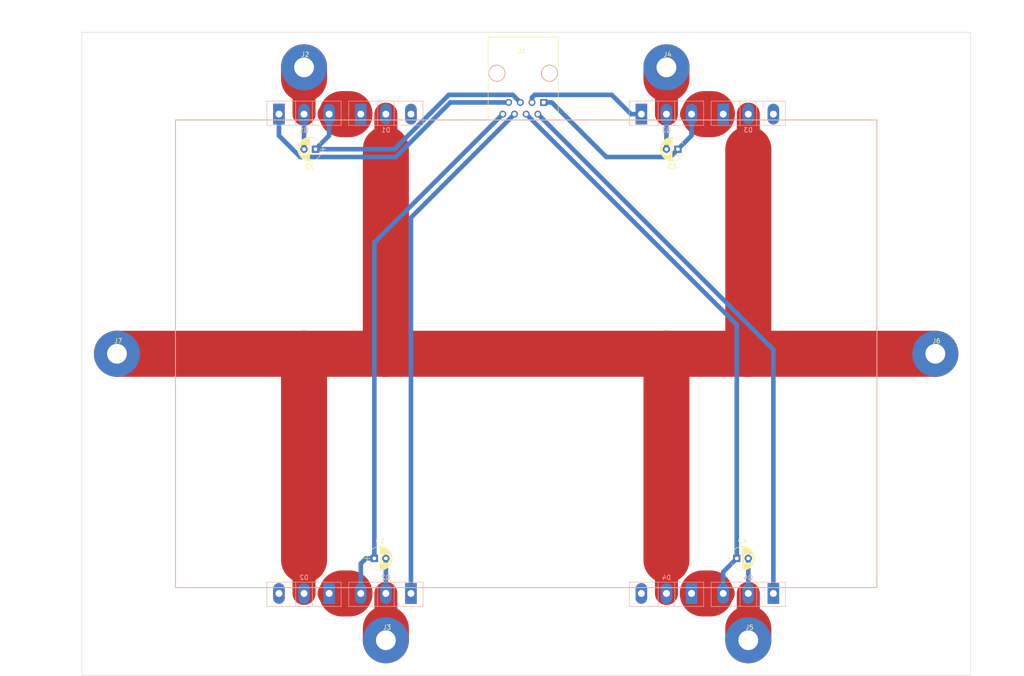
<source format=kicad_pcb>
(kicad_pcb (version 4) (host pcbnew 4.0.7)

  (general
    (links 29)
    (no_connects 0)
    (area 27.889999 20.269999 221.030001 160.070001)
    (thickness 1.6)
    (drawings 59)
    (tracks 81)
    (zones 0)
    (modules 23)
    (nets 14)
  )

  (page A4)
  (layers
    (0 F.Cu mixed hide)
    (31 B.Cu power hide)
    (32 B.Adhes user hide)
    (33 F.Adhes user hide)
    (34 B.Paste user hide)
    (35 F.Paste user hide)
    (36 B.SilkS user)
    (37 F.SilkS user)
    (38 B.Mask user)
    (39 F.Mask user)
    (40 Dwgs.User user)
    (41 Cmts.User user hide)
    (42 Eco1.User user hide)
    (43 Eco2.User user hide)
    (44 Edge.Cuts user)
    (45 Margin user hide)
    (46 B.CrtYd user)
    (47 F.CrtYd user)
    (48 B.Fab user hide)
    (49 F.Fab user hide)
  )

  (setup
    (last_trace_width 1)
    (trace_clearance 0.4)
    (zone_clearance 0.508)
    (zone_45_only no)
    (trace_min 0.2)
    (segment_width 0.2)
    (edge_width 0.1)
    (via_size 1.5)
    (via_drill 1)
    (via_min_size 0.4)
    (via_min_drill 0.3)
    (uvia_size 1)
    (uvia_drill 0.5)
    (uvias_allowed no)
    (uvia_min_size 0.2)
    (uvia_min_drill 0.1)
    (pcb_text_width 0.3)
    (pcb_text_size 1.5 1.5)
    (mod_edge_width 0.15)
    (mod_text_size 1 1)
    (mod_text_width 0.15)
    (pad_size 1.5 1.5)
    (pad_drill 0.6)
    (pad_to_mask_clearance 0)
    (aux_axis_origin 0 0)
    (visible_elements 7FFFEFFF)
    (pcbplotparams
      (layerselection 0x000f0_80000001)
      (usegerberextensions false)
      (excludeedgelayer true)
      (linewidth 0.100000)
      (plotframeref false)
      (viasonmask false)
      (mode 1)
      (useauxorigin false)
      (hpglpennumber 1)
      (hpglpenspeed 20)
      (hpglpendiameter 15)
      (hpglpenoverlay 2)
      (psnegative false)
      (psa4output false)
      (plotreference true)
      (plotvalue true)
      (plotinvisibletext false)
      (padsonsilk false)
      (subtractmaskfromsilk false)
      (outputformat 1)
      (mirror false)
      (drillshape 0)
      (scaleselection 1)
      (outputdirectory ""))
  )

  (net 0 "")
  (net 1 GND_ISO_1)
  (net 2 "Net-(C1-Pad2)")
  (net 3 GND_ISO_2)
  (net 4 "Net-(C2-Pad2)")
  (net 5 GND_ISO_3)
  (net 6 "Net-(C3-Pad2)")
  (net 7 GND_ISO_4)
  (net 8 "Net-(C4-Pad2)")
  (net 9 "/SinglePowerSwitch 1/PWR_OUT")
  (net 10 DRV_GATE_1)
  (net 11 DRV_GATE_2)
  (net 12 DRV_GATE_3)
  (net 13 DRV_GATE_4)

  (net_class Default "This is the default net class."
    (clearance 0.4)
    (trace_width 1)
    (via_dia 1.5)
    (via_drill 1)
    (uvia_dia 1)
    (uvia_drill 0.5)
    (add_net "/SinglePowerSwitch 1/PWR_OUT")
    (add_net DRV_GATE_1)
    (add_net DRV_GATE_2)
    (add_net DRV_GATE_3)
    (add_net DRV_GATE_4)
    (add_net GND_ISO_1)
    (add_net GND_ISO_2)
    (add_net GND_ISO_3)
    (add_net GND_ISO_4)
    (add_net "Net-(C1-Pad2)")
    (add_net "Net-(C2-Pad2)")
    (add_net "Net-(C3-Pad2)")
    (add_net "Net-(C4-Pad2)")
  )

  (module PartsLibraries:RJ45 (layer F.Cu) (tedit 59511D7C) (tstamp 59AF0929)
    (at 128.27 35.56 180)
    (tags RJ45)
    (path /59AED755)
    (fp_text reference J1 (at 4.7 11.18 180) (layer F.SilkS)
      (effects (font (size 1 1) (thickness 0.15)))
    )
    (fp_text value RJ45 (at 4.59 6.25 180) (layer F.Fab)
      (effects (font (size 1 1) (thickness 0.15)))
    )
    (fp_line (start -3.17 14.22) (end 12.07 14.22) (layer F.SilkS) (width 0.12))
    (fp_line (start 12.07 -3.81) (end 12.06 5.18) (layer F.SilkS) (width 0.12))
    (fp_line (start 12.07 -3.81) (end -3.17 -3.81) (layer F.SilkS) (width 0.12))
    (fp_line (start -3.17 -3.81) (end -3.17 5.19) (layer F.SilkS) (width 0.12))
    (fp_line (start 12.06 7.52) (end 12.07 14.22) (layer F.SilkS) (width 0.12))
    (fp_line (start -3.17 7.51) (end -3.17 14.22) (layer F.SilkS) (width 0.12))
    (fp_line (start -3.56 -4.06) (end 12.46 -4.06) (layer F.CrtYd) (width 0.05))
    (fp_line (start -3.56 -4.06) (end -3.56 14.47) (layer F.CrtYd) (width 0.05))
    (fp_line (start 12.46 14.47) (end 12.46 -4.06) (layer F.CrtYd) (width 0.05))
    (fp_line (start 12.46 14.47) (end -3.56 14.47) (layer F.CrtYd) (width 0.05))
    (pad "" np_thru_hole circle (at 10.16 6.35 180) (size 3.65 3.65) (drill 3.25) (layers *.Cu *.SilkS *.Mask))
    (pad "" np_thru_hole circle (at -1.27 6.35 180) (size 3.65 3.65) (drill 3.25) (layers *.Cu *.SilkS *.Mask))
    (pad 1 thru_hole rect (at 0 0 180) (size 1.5 1.5) (drill 0.9) (layers *.Cu *.Mask)
      (net 5 GND_ISO_3))
    (pad 2 thru_hole circle (at 1.27 -2.54 180) (size 1.5 1.5) (drill 0.9) (layers *.Cu *.Mask)
      (net 13 DRV_GATE_4))
    (pad 3 thru_hole circle (at 2.54 0 180) (size 1.5 1.5) (drill 0.9) (layers *.Cu *.Mask)
      (net 12 DRV_GATE_3))
    (pad 4 thru_hole circle (at 3.81 -2.54 180) (size 1.5 1.5) (drill 0.9) (layers *.Cu *.Mask)
      (net 7 GND_ISO_4))
    (pad 5 thru_hole circle (at 5.08 0 180) (size 1.5 1.5) (drill 0.9) (layers *.Cu *.Mask)
      (net 1 GND_ISO_1))
    (pad 6 thru_hole circle (at 6.35 -2.54 180) (size 1.5 1.5) (drill 0.9) (layers *.Cu *.Mask)
      (net 11 DRV_GATE_2))
    (pad 7 thru_hole circle (at 7.62 0 180) (size 1.5 1.5) (drill 0.9) (layers *.Cu *.Mask)
      (net 10 DRV_GATE_1))
    (pad 8 thru_hole circle (at 8.89 -2.54 180) (size 1.5 1.5) (drill 0.9) (layers *.Cu *.Mask)
      (net 3 GND_ISO_2))
    (model ../../../../../../Development/multilevelinverter/Hardware/3D/RJ45.wrl
      (at (xyz 0.175 -0.667 0.3))
      (scale (xyz 10 10 10))
      (rotate (xyz 270 0 0))
    )
  )

  (module Mounting_Holes:MountingHole_4.3mm_M4 (layer F.Cu) (tedit 5A27F7A2) (tstamp 5A172C6E)
    (at 182.88 127)
    (descr "Mounting Hole 4.3mm, no annular, M4")
    (tags "mounting hole 4.3mm no annular m4")
    (attr virtual)
    (fp_text reference "" (at 0 -5.3) (layer F.SilkS)
      (effects (font (size 1 1) (thickness 0.15)))
    )
    (fp_text value MountingHole_4.3mm_M4 (at 0 5.3) (layer F.Fab)
      (effects (font (size 1 1) (thickness 0.15)))
    )
    (fp_text user %R (at 0.3 0) (layer F.Fab)
      (effects (font (size 1 1) (thickness 0.15)))
    )
    (fp_circle (center 0 0) (end 4.3 0) (layer Cmts.User) (width 0.15))
    (fp_circle (center 0 0) (end 4.55 0) (layer F.CrtYd) (width 0.05))
    (pad 1 np_thru_hole circle (at 0 0) (size 4.3 4.3) (drill 4.3) (layers *.Cu *.Mask))
  )

  (module Mounting_Holes:MountingHole_4.3mm_M4 (layer F.Cu) (tedit 5A27F79F) (tstamp 5A172C67)
    (at 67.31 128.27)
    (descr "Mounting Hole 4.3mm, no annular, M4")
    (tags "mounting hole 4.3mm no annular m4")
    (attr virtual)
    (fp_text reference "" (at 0 -5.3) (layer F.SilkS)
      (effects (font (size 1 1) (thickness 0.15)))
    )
    (fp_text value MountingHole_4.3mm_M4 (at 0 5.3) (layer F.Fab)
      (effects (font (size 1 1) (thickness 0.15)))
    )
    (fp_text user %R (at 0.3 0) (layer F.Fab)
      (effects (font (size 1 1) (thickness 0.15)))
    )
    (fp_circle (center 0 0) (end 4.3 0) (layer Cmts.User) (width 0.15))
    (fp_circle (center 0 0) (end 4.55 0) (layer F.CrtYd) (width 0.05))
    (pad 1 np_thru_hole circle (at 0 0) (size 4.3 4.3) (drill 4.3) (layers *.Cu *.Mask))
  )

  (module Mounting_Holes:MountingHole_4.3mm_M4 (layer F.Cu) (tedit 5A27F798) (tstamp 5A172C60)
    (at 182.88 58.42)
    (descr "Mounting Hole 4.3mm, no annular, M4")
    (tags "mounting hole 4.3mm no annular m4")
    (attr virtual)
    (fp_text reference "" (at 0 -5.3) (layer F.SilkS)
      (effects (font (size 1 1) (thickness 0.15)))
    )
    (fp_text value MountingHole_4.3mm_M4 (at 0 5.3) (layer F.Fab)
      (effects (font (size 1 1) (thickness 0.15)))
    )
    (fp_text user %R (at 0.3 0) (layer F.Fab)
      (effects (font (size 1 1) (thickness 0.15)))
    )
    (fp_circle (center 0 0) (end 4.3 0) (layer Cmts.User) (width 0.15))
    (fp_circle (center 0 0) (end 4.55 0) (layer F.CrtYd) (width 0.05))
    (pad 1 np_thru_hole circle (at 0 0) (size 4.3 4.3) (drill 4.3) (layers *.Cu *.Mask))
  )

  (module PartsLibraries:CP_Radial_D5.0mm_P2.50mm (layer F.Cu) (tedit 597BC7C2) (tstamp 59AF0722)
    (at 78.7 45.72 180)
    (descr "CP, Radial series, Radial, pin pitch=2.50mm, , diameter=5mm, Electrolytic Capacitor")
    (tags "CP Radial series Radial pin pitch 2.50mm  diameter 5mm Electrolytic Capacitor")
    (path /59AEDD49/59AEE01D)
    (fp_text reference C1 (at 1.25 -3.81 180) (layer F.SilkS)
      (effects (font (size 1 1) (thickness 0.15)))
    )
    (fp_text value C (at 1.25 3.81 180) (layer F.Fab)
      (effects (font (size 1 1) (thickness 0.15)))
    )
    (fp_arc (start 1.25 0) (end -1.05558 -1.18) (angle 125.8) (layer F.SilkS) (width 0.12))
    (fp_arc (start 1.25 0) (end -1.05558 1.18) (angle -125.8) (layer F.SilkS) (width 0.12))
    (fp_arc (start 1.25 0) (end 3.55558 -1.18) (angle 54.2) (layer F.SilkS) (width 0.12))
    (fp_circle (center 1.25 0) (end 3.75 0) (layer F.Fab) (width 0.1))
    (fp_line (start -2.2 0) (end -1 0) (layer F.Fab) (width 0.1))
    (fp_line (start -1.6 -0.65) (end -1.6 0.65) (layer F.Fab) (width 0.1))
    (fp_line (start 1.25 -2.55) (end 1.25 2.55) (layer F.SilkS) (width 0.12))
    (fp_line (start 1.29 -2.55) (end 1.29 2.55) (layer F.SilkS) (width 0.12))
    (fp_line (start 1.33 -2.549) (end 1.33 2.549) (layer F.SilkS) (width 0.12))
    (fp_line (start 1.37 -2.548) (end 1.37 2.548) (layer F.SilkS) (width 0.12))
    (fp_line (start 1.41 -2.546) (end 1.41 2.546) (layer F.SilkS) (width 0.12))
    (fp_line (start 1.45 -2.543) (end 1.45 2.543) (layer F.SilkS) (width 0.12))
    (fp_line (start 1.49 -2.539) (end 1.49 2.539) (layer F.SilkS) (width 0.12))
    (fp_line (start 1.53 -2.535) (end 1.53 -0.98) (layer F.SilkS) (width 0.12))
    (fp_line (start 1.53 0.98) (end 1.53 2.535) (layer F.SilkS) (width 0.12))
    (fp_line (start 1.57 -2.531) (end 1.57 -0.98) (layer F.SilkS) (width 0.12))
    (fp_line (start 1.57 0.98) (end 1.57 2.531) (layer F.SilkS) (width 0.12))
    (fp_line (start 1.61 -2.525) (end 1.61 -0.98) (layer F.SilkS) (width 0.12))
    (fp_line (start 1.61 0.98) (end 1.61 2.525) (layer F.SilkS) (width 0.12))
    (fp_line (start 1.65 -2.519) (end 1.65 -0.98) (layer F.SilkS) (width 0.12))
    (fp_line (start 1.65 0.98) (end 1.65 2.519) (layer F.SilkS) (width 0.12))
    (fp_line (start 1.69 -2.513) (end 1.69 -0.98) (layer F.SilkS) (width 0.12))
    (fp_line (start 1.69 0.98) (end 1.69 2.513) (layer F.SilkS) (width 0.12))
    (fp_line (start 1.73 -2.506) (end 1.73 -0.98) (layer F.SilkS) (width 0.12))
    (fp_line (start 1.73 0.98) (end 1.73 2.506) (layer F.SilkS) (width 0.12))
    (fp_line (start 1.77 -2.498) (end 1.77 -0.98) (layer F.SilkS) (width 0.12))
    (fp_line (start 1.77 0.98) (end 1.77 2.498) (layer F.SilkS) (width 0.12))
    (fp_line (start 1.81 -2.489) (end 1.81 -0.98) (layer F.SilkS) (width 0.12))
    (fp_line (start 1.81 0.98) (end 1.81 2.489) (layer F.SilkS) (width 0.12))
    (fp_line (start 1.85 -2.48) (end 1.85 -0.98) (layer F.SilkS) (width 0.12))
    (fp_line (start 1.85 0.98) (end 1.85 2.48) (layer F.SilkS) (width 0.12))
    (fp_line (start 1.89 -2.47) (end 1.89 -0.98) (layer F.SilkS) (width 0.12))
    (fp_line (start 1.89 0.98) (end 1.89 2.47) (layer F.SilkS) (width 0.12))
    (fp_line (start 1.93 -2.46) (end 1.93 -0.98) (layer F.SilkS) (width 0.12))
    (fp_line (start 1.93 0.98) (end 1.93 2.46) (layer F.SilkS) (width 0.12))
    (fp_line (start 1.971 -2.448) (end 1.971 -0.98) (layer F.SilkS) (width 0.12))
    (fp_line (start 1.971 0.98) (end 1.971 2.448) (layer F.SilkS) (width 0.12))
    (fp_line (start 2.011 -2.436) (end 2.011 -0.98) (layer F.SilkS) (width 0.12))
    (fp_line (start 2.011 0.98) (end 2.011 2.436) (layer F.SilkS) (width 0.12))
    (fp_line (start 2.051 -2.424) (end 2.051 -0.98) (layer F.SilkS) (width 0.12))
    (fp_line (start 2.051 0.98) (end 2.051 2.424) (layer F.SilkS) (width 0.12))
    (fp_line (start 2.091 -2.41) (end 2.091 -0.98) (layer F.SilkS) (width 0.12))
    (fp_line (start 2.091 0.98) (end 2.091 2.41) (layer F.SilkS) (width 0.12))
    (fp_line (start 2.131 -2.396) (end 2.131 -0.98) (layer F.SilkS) (width 0.12))
    (fp_line (start 2.131 0.98) (end 2.131 2.396) (layer F.SilkS) (width 0.12))
    (fp_line (start 2.171 -2.382) (end 2.171 -0.98) (layer F.SilkS) (width 0.12))
    (fp_line (start 2.171 0.98) (end 2.171 2.382) (layer F.SilkS) (width 0.12))
    (fp_line (start 2.211 -2.366) (end 2.211 -0.98) (layer F.SilkS) (width 0.12))
    (fp_line (start 2.211 0.98) (end 2.211 2.366) (layer F.SilkS) (width 0.12))
    (fp_line (start 2.251 -2.35) (end 2.251 -0.98) (layer F.SilkS) (width 0.12))
    (fp_line (start 2.251 0.98) (end 2.251 2.35) (layer F.SilkS) (width 0.12))
    (fp_line (start 2.291 -2.333) (end 2.291 -0.98) (layer F.SilkS) (width 0.12))
    (fp_line (start 2.291 0.98) (end 2.291 2.333) (layer F.SilkS) (width 0.12))
    (fp_line (start 2.331 -2.315) (end 2.331 -0.98) (layer F.SilkS) (width 0.12))
    (fp_line (start 2.331 0.98) (end 2.331 2.315) (layer F.SilkS) (width 0.12))
    (fp_line (start 2.371 -2.296) (end 2.371 -0.98) (layer F.SilkS) (width 0.12))
    (fp_line (start 2.371 0.98) (end 2.371 2.296) (layer F.SilkS) (width 0.12))
    (fp_line (start 2.411 -2.276) (end 2.411 -0.98) (layer F.SilkS) (width 0.12))
    (fp_line (start 2.411 0.98) (end 2.411 2.276) (layer F.SilkS) (width 0.12))
    (fp_line (start 2.451 -2.256) (end 2.451 -0.98) (layer F.SilkS) (width 0.12))
    (fp_line (start 2.451 0.98) (end 2.451 2.256) (layer F.SilkS) (width 0.12))
    (fp_line (start 2.491 -2.234) (end 2.491 -0.98) (layer F.SilkS) (width 0.12))
    (fp_line (start 2.491 0.98) (end 2.491 2.234) (layer F.SilkS) (width 0.12))
    (fp_line (start 2.531 -2.212) (end 2.531 -0.98) (layer F.SilkS) (width 0.12))
    (fp_line (start 2.531 0.98) (end 2.531 2.212) (layer F.SilkS) (width 0.12))
    (fp_line (start 2.571 -2.189) (end 2.571 -0.98) (layer F.SilkS) (width 0.12))
    (fp_line (start 2.571 0.98) (end 2.571 2.189) (layer F.SilkS) (width 0.12))
    (fp_line (start 2.611 -2.165) (end 2.611 -0.98) (layer F.SilkS) (width 0.12))
    (fp_line (start 2.611 0.98) (end 2.611 2.165) (layer F.SilkS) (width 0.12))
    (fp_line (start 2.651 -2.14) (end 2.651 -0.98) (layer F.SilkS) (width 0.12))
    (fp_line (start 2.651 0.98) (end 2.651 2.14) (layer F.SilkS) (width 0.12))
    (fp_line (start 2.691 -2.113) (end 2.691 -0.98) (layer F.SilkS) (width 0.12))
    (fp_line (start 2.691 0.98) (end 2.691 2.113) (layer F.SilkS) (width 0.12))
    (fp_line (start 2.731 -2.086) (end 2.731 -0.98) (layer F.SilkS) (width 0.12))
    (fp_line (start 2.731 0.98) (end 2.731 2.086) (layer F.SilkS) (width 0.12))
    (fp_line (start 2.771 -2.058) (end 2.771 -0.98) (layer F.SilkS) (width 0.12))
    (fp_line (start 2.771 0.98) (end 2.771 2.058) (layer F.SilkS) (width 0.12))
    (fp_line (start 2.811 -2.028) (end 2.811 -0.98) (layer F.SilkS) (width 0.12))
    (fp_line (start 2.811 0.98) (end 2.811 2.028) (layer F.SilkS) (width 0.12))
    (fp_line (start 2.851 -1.997) (end 2.851 -0.98) (layer F.SilkS) (width 0.12))
    (fp_line (start 2.851 0.98) (end 2.851 1.997) (layer F.SilkS) (width 0.12))
    (fp_line (start 2.891 -1.965) (end 2.891 -0.98) (layer F.SilkS) (width 0.12))
    (fp_line (start 2.891 0.98) (end 2.891 1.965) (layer F.SilkS) (width 0.12))
    (fp_line (start 2.931 -1.932) (end 2.931 -0.98) (layer F.SilkS) (width 0.12))
    (fp_line (start 2.931 0.98) (end 2.931 1.932) (layer F.SilkS) (width 0.12))
    (fp_line (start 2.971 -1.897) (end 2.971 -0.98) (layer F.SilkS) (width 0.12))
    (fp_line (start 2.971 0.98) (end 2.971 1.897) (layer F.SilkS) (width 0.12))
    (fp_line (start 3.011 -1.861) (end 3.011 -0.98) (layer F.SilkS) (width 0.12))
    (fp_line (start 3.011 0.98) (end 3.011 1.861) (layer F.SilkS) (width 0.12))
    (fp_line (start 3.051 -1.823) (end 3.051 -0.98) (layer F.SilkS) (width 0.12))
    (fp_line (start 3.051 0.98) (end 3.051 1.823) (layer F.SilkS) (width 0.12))
    (fp_line (start 3.091 -1.783) (end 3.091 -0.98) (layer F.SilkS) (width 0.12))
    (fp_line (start 3.091 0.98) (end 3.091 1.783) (layer F.SilkS) (width 0.12))
    (fp_line (start 3.131 -1.742) (end 3.131 -0.98) (layer F.SilkS) (width 0.12))
    (fp_line (start 3.131 0.98) (end 3.131 1.742) (layer F.SilkS) (width 0.12))
    (fp_line (start 3.171 -1.699) (end 3.171 -0.98) (layer F.SilkS) (width 0.12))
    (fp_line (start 3.171 0.98) (end 3.171 1.699) (layer F.SilkS) (width 0.12))
    (fp_line (start 3.211 -1.654) (end 3.211 -0.98) (layer F.SilkS) (width 0.12))
    (fp_line (start 3.211 0.98) (end 3.211 1.654) (layer F.SilkS) (width 0.12))
    (fp_line (start 3.251 -1.606) (end 3.251 -0.98) (layer F.SilkS) (width 0.12))
    (fp_line (start 3.251 0.98) (end 3.251 1.606) (layer F.SilkS) (width 0.12))
    (fp_line (start 3.291 -1.556) (end 3.291 -0.98) (layer F.SilkS) (width 0.12))
    (fp_line (start 3.291 0.98) (end 3.291 1.556) (layer F.SilkS) (width 0.12))
    (fp_line (start 3.331 -1.504) (end 3.331 -0.98) (layer F.SilkS) (width 0.12))
    (fp_line (start 3.331 0.98) (end 3.331 1.504) (layer F.SilkS) (width 0.12))
    (fp_line (start 3.371 -1.448) (end 3.371 -0.98) (layer F.SilkS) (width 0.12))
    (fp_line (start 3.371 0.98) (end 3.371 1.448) (layer F.SilkS) (width 0.12))
    (fp_line (start 3.411 -1.39) (end 3.411 -0.98) (layer F.SilkS) (width 0.12))
    (fp_line (start 3.411 0.98) (end 3.411 1.39) (layer F.SilkS) (width 0.12))
    (fp_line (start 3.451 -1.327) (end 3.451 -0.98) (layer F.SilkS) (width 0.12))
    (fp_line (start 3.451 0.98) (end 3.451 1.327) (layer F.SilkS) (width 0.12))
    (fp_line (start 3.491 -1.261) (end 3.491 1.261) (layer F.SilkS) (width 0.12))
    (fp_line (start 3.531 -1.189) (end 3.531 1.189) (layer F.SilkS) (width 0.12))
    (fp_line (start 3.571 -1.112) (end 3.571 1.112) (layer F.SilkS) (width 0.12))
    (fp_line (start 3.611 -1.028) (end 3.611 1.028) (layer F.SilkS) (width 0.12))
    (fp_line (start 3.651 -0.934) (end 3.651 0.934) (layer F.SilkS) (width 0.12))
    (fp_line (start 3.691 -0.829) (end 3.691 0.829) (layer F.SilkS) (width 0.12))
    (fp_line (start 3.731 -0.707) (end 3.731 0.707) (layer F.SilkS) (width 0.12))
    (fp_line (start 3.771 -0.559) (end 3.771 0.559) (layer F.SilkS) (width 0.12))
    (fp_line (start 3.811 -0.354) (end 3.811 0.354) (layer F.SilkS) (width 0.12))
    (fp_line (start -2.2 0) (end -1 0) (layer F.SilkS) (width 0.12))
    (fp_line (start -1.6 -0.65) (end -1.6 0.65) (layer F.SilkS) (width 0.12))
    (fp_line (start -1.6 -2.85) (end -1.6 2.85) (layer F.CrtYd) (width 0.05))
    (fp_line (start -1.6 2.85) (end 4.1 2.85) (layer F.CrtYd) (width 0.05))
    (fp_line (start 4.1 2.85) (end 4.1 -2.85) (layer F.CrtYd) (width 0.05))
    (fp_line (start 4.1 -2.85) (end -1.6 -2.85) (layer F.CrtYd) (width 0.05))
    (fp_text user %R (at 1.25 0 180) (layer F.Fab)
      (effects (font (size 1 1) (thickness 0.15)))
    )
    (pad 1 thru_hole rect (at 0 0 180) (size 1.6 1.6) (drill 0.8) (layers *.Cu *.Mask)
      (net 1 GND_ISO_1))
    (pad 2 thru_hole circle (at 2.5 0 180) (size 1.6 1.6) (drill 0.8) (layers *.Cu *.Mask)
      (net 2 "Net-(C1-Pad2)"))
    (model ${KISYS3DMOD}/Capacitors_THT.3dshapes/CP_Radial_D5.0mm_P2.50mm.wrl
      (at (xyz 0 0 0))
      (scale (xyz 1 1 1))
      (rotate (xyz 0 0 0))
    )
  )

  (module PartsLibraries:CP_Radial_D5.0mm_P2.50mm (layer F.Cu) (tedit 597BC7C2) (tstamp 59AF07A7)
    (at 91.48 134.62)
    (descr "CP, Radial series, Radial, pin pitch=2.50mm, , diameter=5mm, Electrolytic Capacitor")
    (tags "CP Radial series Radial pin pitch 2.50mm  diameter 5mm Electrolytic Capacitor")
    (path /59AEEDCB/59AEE01D)
    (fp_text reference C2 (at 1.25 -3.81) (layer F.SilkS)
      (effects (font (size 1 1) (thickness 0.15)))
    )
    (fp_text value C (at 1.25 3.81) (layer F.Fab)
      (effects (font (size 1 1) (thickness 0.15)))
    )
    (fp_arc (start 1.25 0) (end -1.05558 -1.18) (angle 125.8) (layer F.SilkS) (width 0.12))
    (fp_arc (start 1.25 0) (end -1.05558 1.18) (angle -125.8) (layer F.SilkS) (width 0.12))
    (fp_arc (start 1.25 0) (end 3.55558 -1.18) (angle 54.2) (layer F.SilkS) (width 0.12))
    (fp_circle (center 1.25 0) (end 3.75 0) (layer F.Fab) (width 0.1))
    (fp_line (start -2.2 0) (end -1 0) (layer F.Fab) (width 0.1))
    (fp_line (start -1.6 -0.65) (end -1.6 0.65) (layer F.Fab) (width 0.1))
    (fp_line (start 1.25 -2.55) (end 1.25 2.55) (layer F.SilkS) (width 0.12))
    (fp_line (start 1.29 -2.55) (end 1.29 2.55) (layer F.SilkS) (width 0.12))
    (fp_line (start 1.33 -2.549) (end 1.33 2.549) (layer F.SilkS) (width 0.12))
    (fp_line (start 1.37 -2.548) (end 1.37 2.548) (layer F.SilkS) (width 0.12))
    (fp_line (start 1.41 -2.546) (end 1.41 2.546) (layer F.SilkS) (width 0.12))
    (fp_line (start 1.45 -2.543) (end 1.45 2.543) (layer F.SilkS) (width 0.12))
    (fp_line (start 1.49 -2.539) (end 1.49 2.539) (layer F.SilkS) (width 0.12))
    (fp_line (start 1.53 -2.535) (end 1.53 -0.98) (layer F.SilkS) (width 0.12))
    (fp_line (start 1.53 0.98) (end 1.53 2.535) (layer F.SilkS) (width 0.12))
    (fp_line (start 1.57 -2.531) (end 1.57 -0.98) (layer F.SilkS) (width 0.12))
    (fp_line (start 1.57 0.98) (end 1.57 2.531) (layer F.SilkS) (width 0.12))
    (fp_line (start 1.61 -2.525) (end 1.61 -0.98) (layer F.SilkS) (width 0.12))
    (fp_line (start 1.61 0.98) (end 1.61 2.525) (layer F.SilkS) (width 0.12))
    (fp_line (start 1.65 -2.519) (end 1.65 -0.98) (layer F.SilkS) (width 0.12))
    (fp_line (start 1.65 0.98) (end 1.65 2.519) (layer F.SilkS) (width 0.12))
    (fp_line (start 1.69 -2.513) (end 1.69 -0.98) (layer F.SilkS) (width 0.12))
    (fp_line (start 1.69 0.98) (end 1.69 2.513) (layer F.SilkS) (width 0.12))
    (fp_line (start 1.73 -2.506) (end 1.73 -0.98) (layer F.SilkS) (width 0.12))
    (fp_line (start 1.73 0.98) (end 1.73 2.506) (layer F.SilkS) (width 0.12))
    (fp_line (start 1.77 -2.498) (end 1.77 -0.98) (layer F.SilkS) (width 0.12))
    (fp_line (start 1.77 0.98) (end 1.77 2.498) (layer F.SilkS) (width 0.12))
    (fp_line (start 1.81 -2.489) (end 1.81 -0.98) (layer F.SilkS) (width 0.12))
    (fp_line (start 1.81 0.98) (end 1.81 2.489) (layer F.SilkS) (width 0.12))
    (fp_line (start 1.85 -2.48) (end 1.85 -0.98) (layer F.SilkS) (width 0.12))
    (fp_line (start 1.85 0.98) (end 1.85 2.48) (layer F.SilkS) (width 0.12))
    (fp_line (start 1.89 -2.47) (end 1.89 -0.98) (layer F.SilkS) (width 0.12))
    (fp_line (start 1.89 0.98) (end 1.89 2.47) (layer F.SilkS) (width 0.12))
    (fp_line (start 1.93 -2.46) (end 1.93 -0.98) (layer F.SilkS) (width 0.12))
    (fp_line (start 1.93 0.98) (end 1.93 2.46) (layer F.SilkS) (width 0.12))
    (fp_line (start 1.971 -2.448) (end 1.971 -0.98) (layer F.SilkS) (width 0.12))
    (fp_line (start 1.971 0.98) (end 1.971 2.448) (layer F.SilkS) (width 0.12))
    (fp_line (start 2.011 -2.436) (end 2.011 -0.98) (layer F.SilkS) (width 0.12))
    (fp_line (start 2.011 0.98) (end 2.011 2.436) (layer F.SilkS) (width 0.12))
    (fp_line (start 2.051 -2.424) (end 2.051 -0.98) (layer F.SilkS) (width 0.12))
    (fp_line (start 2.051 0.98) (end 2.051 2.424) (layer F.SilkS) (width 0.12))
    (fp_line (start 2.091 -2.41) (end 2.091 -0.98) (layer F.SilkS) (width 0.12))
    (fp_line (start 2.091 0.98) (end 2.091 2.41) (layer F.SilkS) (width 0.12))
    (fp_line (start 2.131 -2.396) (end 2.131 -0.98) (layer F.SilkS) (width 0.12))
    (fp_line (start 2.131 0.98) (end 2.131 2.396) (layer F.SilkS) (width 0.12))
    (fp_line (start 2.171 -2.382) (end 2.171 -0.98) (layer F.SilkS) (width 0.12))
    (fp_line (start 2.171 0.98) (end 2.171 2.382) (layer F.SilkS) (width 0.12))
    (fp_line (start 2.211 -2.366) (end 2.211 -0.98) (layer F.SilkS) (width 0.12))
    (fp_line (start 2.211 0.98) (end 2.211 2.366) (layer F.SilkS) (width 0.12))
    (fp_line (start 2.251 -2.35) (end 2.251 -0.98) (layer F.SilkS) (width 0.12))
    (fp_line (start 2.251 0.98) (end 2.251 2.35) (layer F.SilkS) (width 0.12))
    (fp_line (start 2.291 -2.333) (end 2.291 -0.98) (layer F.SilkS) (width 0.12))
    (fp_line (start 2.291 0.98) (end 2.291 2.333) (layer F.SilkS) (width 0.12))
    (fp_line (start 2.331 -2.315) (end 2.331 -0.98) (layer F.SilkS) (width 0.12))
    (fp_line (start 2.331 0.98) (end 2.331 2.315) (layer F.SilkS) (width 0.12))
    (fp_line (start 2.371 -2.296) (end 2.371 -0.98) (layer F.SilkS) (width 0.12))
    (fp_line (start 2.371 0.98) (end 2.371 2.296) (layer F.SilkS) (width 0.12))
    (fp_line (start 2.411 -2.276) (end 2.411 -0.98) (layer F.SilkS) (width 0.12))
    (fp_line (start 2.411 0.98) (end 2.411 2.276) (layer F.SilkS) (width 0.12))
    (fp_line (start 2.451 -2.256) (end 2.451 -0.98) (layer F.SilkS) (width 0.12))
    (fp_line (start 2.451 0.98) (end 2.451 2.256) (layer F.SilkS) (width 0.12))
    (fp_line (start 2.491 -2.234) (end 2.491 -0.98) (layer F.SilkS) (width 0.12))
    (fp_line (start 2.491 0.98) (end 2.491 2.234) (layer F.SilkS) (width 0.12))
    (fp_line (start 2.531 -2.212) (end 2.531 -0.98) (layer F.SilkS) (width 0.12))
    (fp_line (start 2.531 0.98) (end 2.531 2.212) (layer F.SilkS) (width 0.12))
    (fp_line (start 2.571 -2.189) (end 2.571 -0.98) (layer F.SilkS) (width 0.12))
    (fp_line (start 2.571 0.98) (end 2.571 2.189) (layer F.SilkS) (width 0.12))
    (fp_line (start 2.611 -2.165) (end 2.611 -0.98) (layer F.SilkS) (width 0.12))
    (fp_line (start 2.611 0.98) (end 2.611 2.165) (layer F.SilkS) (width 0.12))
    (fp_line (start 2.651 -2.14) (end 2.651 -0.98) (layer F.SilkS) (width 0.12))
    (fp_line (start 2.651 0.98) (end 2.651 2.14) (layer F.SilkS) (width 0.12))
    (fp_line (start 2.691 -2.113) (end 2.691 -0.98) (layer F.SilkS) (width 0.12))
    (fp_line (start 2.691 0.98) (end 2.691 2.113) (layer F.SilkS) (width 0.12))
    (fp_line (start 2.731 -2.086) (end 2.731 -0.98) (layer F.SilkS) (width 0.12))
    (fp_line (start 2.731 0.98) (end 2.731 2.086) (layer F.SilkS) (width 0.12))
    (fp_line (start 2.771 -2.058) (end 2.771 -0.98) (layer F.SilkS) (width 0.12))
    (fp_line (start 2.771 0.98) (end 2.771 2.058) (layer F.SilkS) (width 0.12))
    (fp_line (start 2.811 -2.028) (end 2.811 -0.98) (layer F.SilkS) (width 0.12))
    (fp_line (start 2.811 0.98) (end 2.811 2.028) (layer F.SilkS) (width 0.12))
    (fp_line (start 2.851 -1.997) (end 2.851 -0.98) (layer F.SilkS) (width 0.12))
    (fp_line (start 2.851 0.98) (end 2.851 1.997) (layer F.SilkS) (width 0.12))
    (fp_line (start 2.891 -1.965) (end 2.891 -0.98) (layer F.SilkS) (width 0.12))
    (fp_line (start 2.891 0.98) (end 2.891 1.965) (layer F.SilkS) (width 0.12))
    (fp_line (start 2.931 -1.932) (end 2.931 -0.98) (layer F.SilkS) (width 0.12))
    (fp_line (start 2.931 0.98) (end 2.931 1.932) (layer F.SilkS) (width 0.12))
    (fp_line (start 2.971 -1.897) (end 2.971 -0.98) (layer F.SilkS) (width 0.12))
    (fp_line (start 2.971 0.98) (end 2.971 1.897) (layer F.SilkS) (width 0.12))
    (fp_line (start 3.011 -1.861) (end 3.011 -0.98) (layer F.SilkS) (width 0.12))
    (fp_line (start 3.011 0.98) (end 3.011 1.861) (layer F.SilkS) (width 0.12))
    (fp_line (start 3.051 -1.823) (end 3.051 -0.98) (layer F.SilkS) (width 0.12))
    (fp_line (start 3.051 0.98) (end 3.051 1.823) (layer F.SilkS) (width 0.12))
    (fp_line (start 3.091 -1.783) (end 3.091 -0.98) (layer F.SilkS) (width 0.12))
    (fp_line (start 3.091 0.98) (end 3.091 1.783) (layer F.SilkS) (width 0.12))
    (fp_line (start 3.131 -1.742) (end 3.131 -0.98) (layer F.SilkS) (width 0.12))
    (fp_line (start 3.131 0.98) (end 3.131 1.742) (layer F.SilkS) (width 0.12))
    (fp_line (start 3.171 -1.699) (end 3.171 -0.98) (layer F.SilkS) (width 0.12))
    (fp_line (start 3.171 0.98) (end 3.171 1.699) (layer F.SilkS) (width 0.12))
    (fp_line (start 3.211 -1.654) (end 3.211 -0.98) (layer F.SilkS) (width 0.12))
    (fp_line (start 3.211 0.98) (end 3.211 1.654) (layer F.SilkS) (width 0.12))
    (fp_line (start 3.251 -1.606) (end 3.251 -0.98) (layer F.SilkS) (width 0.12))
    (fp_line (start 3.251 0.98) (end 3.251 1.606) (layer F.SilkS) (width 0.12))
    (fp_line (start 3.291 -1.556) (end 3.291 -0.98) (layer F.SilkS) (width 0.12))
    (fp_line (start 3.291 0.98) (end 3.291 1.556) (layer F.SilkS) (width 0.12))
    (fp_line (start 3.331 -1.504) (end 3.331 -0.98) (layer F.SilkS) (width 0.12))
    (fp_line (start 3.331 0.98) (end 3.331 1.504) (layer F.SilkS) (width 0.12))
    (fp_line (start 3.371 -1.448) (end 3.371 -0.98) (layer F.SilkS) (width 0.12))
    (fp_line (start 3.371 0.98) (end 3.371 1.448) (layer F.SilkS) (width 0.12))
    (fp_line (start 3.411 -1.39) (end 3.411 -0.98) (layer F.SilkS) (width 0.12))
    (fp_line (start 3.411 0.98) (end 3.411 1.39) (layer F.SilkS) (width 0.12))
    (fp_line (start 3.451 -1.327) (end 3.451 -0.98) (layer F.SilkS) (width 0.12))
    (fp_line (start 3.451 0.98) (end 3.451 1.327) (layer F.SilkS) (width 0.12))
    (fp_line (start 3.491 -1.261) (end 3.491 1.261) (layer F.SilkS) (width 0.12))
    (fp_line (start 3.531 -1.189) (end 3.531 1.189) (layer F.SilkS) (width 0.12))
    (fp_line (start 3.571 -1.112) (end 3.571 1.112) (layer F.SilkS) (width 0.12))
    (fp_line (start 3.611 -1.028) (end 3.611 1.028) (layer F.SilkS) (width 0.12))
    (fp_line (start 3.651 -0.934) (end 3.651 0.934) (layer F.SilkS) (width 0.12))
    (fp_line (start 3.691 -0.829) (end 3.691 0.829) (layer F.SilkS) (width 0.12))
    (fp_line (start 3.731 -0.707) (end 3.731 0.707) (layer F.SilkS) (width 0.12))
    (fp_line (start 3.771 -0.559) (end 3.771 0.559) (layer F.SilkS) (width 0.12))
    (fp_line (start 3.811 -0.354) (end 3.811 0.354) (layer F.SilkS) (width 0.12))
    (fp_line (start -2.2 0) (end -1 0) (layer F.SilkS) (width 0.12))
    (fp_line (start -1.6 -0.65) (end -1.6 0.65) (layer F.SilkS) (width 0.12))
    (fp_line (start -1.6 -2.85) (end -1.6 2.85) (layer F.CrtYd) (width 0.05))
    (fp_line (start -1.6 2.85) (end 4.1 2.85) (layer F.CrtYd) (width 0.05))
    (fp_line (start 4.1 2.85) (end 4.1 -2.85) (layer F.CrtYd) (width 0.05))
    (fp_line (start 4.1 -2.85) (end -1.6 -2.85) (layer F.CrtYd) (width 0.05))
    (fp_text user %R (at 1.25 0) (layer F.Fab)
      (effects (font (size 1 1) (thickness 0.15)))
    )
    (pad 1 thru_hole rect (at 0 0) (size 1.6 1.6) (drill 0.8) (layers *.Cu *.Mask)
      (net 3 GND_ISO_2))
    (pad 2 thru_hole circle (at 2.5 0) (size 1.6 1.6) (drill 0.8) (layers *.Cu *.Mask)
      (net 4 "Net-(C2-Pad2)"))
    (model ${KISYS3DMOD}/Capacitors_THT.3dshapes/CP_Radial_D5.0mm_P2.50mm.wrl
      (at (xyz 0 0 0))
      (scale (xyz 1 1 1))
      (rotate (xyz 0 0 0))
    )
  )

  (module PartsLibraries:CP_Radial_D5.0mm_P2.50mm (layer F.Cu) (tedit 597BC7C2) (tstamp 59AF082C)
    (at 157.44 45.72 180)
    (descr "CP, Radial series, Radial, pin pitch=2.50mm, , diameter=5mm, Electrolytic Capacitor")
    (tags "CP Radial series Radial pin pitch 2.50mm  diameter 5mm Electrolytic Capacitor")
    (path /59AEEFC6/59AEE01D)
    (fp_text reference C3 (at 1.25 -3.81 180) (layer F.SilkS)
      (effects (font (size 1 1) (thickness 0.15)))
    )
    (fp_text value C (at 1.25 3.81 180) (layer F.Fab)
      (effects (font (size 1 1) (thickness 0.15)))
    )
    (fp_arc (start 1.25 0) (end -1.05558 -1.18) (angle 125.8) (layer F.SilkS) (width 0.12))
    (fp_arc (start 1.25 0) (end -1.05558 1.18) (angle -125.8) (layer F.SilkS) (width 0.12))
    (fp_arc (start 1.25 0) (end 3.55558 -1.18) (angle 54.2) (layer F.SilkS) (width 0.12))
    (fp_circle (center 1.25 0) (end 3.75 0) (layer F.Fab) (width 0.1))
    (fp_line (start -2.2 0) (end -1 0) (layer F.Fab) (width 0.1))
    (fp_line (start -1.6 -0.65) (end -1.6 0.65) (layer F.Fab) (width 0.1))
    (fp_line (start 1.25 -2.55) (end 1.25 2.55) (layer F.SilkS) (width 0.12))
    (fp_line (start 1.29 -2.55) (end 1.29 2.55) (layer F.SilkS) (width 0.12))
    (fp_line (start 1.33 -2.549) (end 1.33 2.549) (layer F.SilkS) (width 0.12))
    (fp_line (start 1.37 -2.548) (end 1.37 2.548) (layer F.SilkS) (width 0.12))
    (fp_line (start 1.41 -2.546) (end 1.41 2.546) (layer F.SilkS) (width 0.12))
    (fp_line (start 1.45 -2.543) (end 1.45 2.543) (layer F.SilkS) (width 0.12))
    (fp_line (start 1.49 -2.539) (end 1.49 2.539) (layer F.SilkS) (width 0.12))
    (fp_line (start 1.53 -2.535) (end 1.53 -0.98) (layer F.SilkS) (width 0.12))
    (fp_line (start 1.53 0.98) (end 1.53 2.535) (layer F.SilkS) (width 0.12))
    (fp_line (start 1.57 -2.531) (end 1.57 -0.98) (layer F.SilkS) (width 0.12))
    (fp_line (start 1.57 0.98) (end 1.57 2.531) (layer F.SilkS) (width 0.12))
    (fp_line (start 1.61 -2.525) (end 1.61 -0.98) (layer F.SilkS) (width 0.12))
    (fp_line (start 1.61 0.98) (end 1.61 2.525) (layer F.SilkS) (width 0.12))
    (fp_line (start 1.65 -2.519) (end 1.65 -0.98) (layer F.SilkS) (width 0.12))
    (fp_line (start 1.65 0.98) (end 1.65 2.519) (layer F.SilkS) (width 0.12))
    (fp_line (start 1.69 -2.513) (end 1.69 -0.98) (layer F.SilkS) (width 0.12))
    (fp_line (start 1.69 0.98) (end 1.69 2.513) (layer F.SilkS) (width 0.12))
    (fp_line (start 1.73 -2.506) (end 1.73 -0.98) (layer F.SilkS) (width 0.12))
    (fp_line (start 1.73 0.98) (end 1.73 2.506) (layer F.SilkS) (width 0.12))
    (fp_line (start 1.77 -2.498) (end 1.77 -0.98) (layer F.SilkS) (width 0.12))
    (fp_line (start 1.77 0.98) (end 1.77 2.498) (layer F.SilkS) (width 0.12))
    (fp_line (start 1.81 -2.489) (end 1.81 -0.98) (layer F.SilkS) (width 0.12))
    (fp_line (start 1.81 0.98) (end 1.81 2.489) (layer F.SilkS) (width 0.12))
    (fp_line (start 1.85 -2.48) (end 1.85 -0.98) (layer F.SilkS) (width 0.12))
    (fp_line (start 1.85 0.98) (end 1.85 2.48) (layer F.SilkS) (width 0.12))
    (fp_line (start 1.89 -2.47) (end 1.89 -0.98) (layer F.SilkS) (width 0.12))
    (fp_line (start 1.89 0.98) (end 1.89 2.47) (layer F.SilkS) (width 0.12))
    (fp_line (start 1.93 -2.46) (end 1.93 -0.98) (layer F.SilkS) (width 0.12))
    (fp_line (start 1.93 0.98) (end 1.93 2.46) (layer F.SilkS) (width 0.12))
    (fp_line (start 1.971 -2.448) (end 1.971 -0.98) (layer F.SilkS) (width 0.12))
    (fp_line (start 1.971 0.98) (end 1.971 2.448) (layer F.SilkS) (width 0.12))
    (fp_line (start 2.011 -2.436) (end 2.011 -0.98) (layer F.SilkS) (width 0.12))
    (fp_line (start 2.011 0.98) (end 2.011 2.436) (layer F.SilkS) (width 0.12))
    (fp_line (start 2.051 -2.424) (end 2.051 -0.98) (layer F.SilkS) (width 0.12))
    (fp_line (start 2.051 0.98) (end 2.051 2.424) (layer F.SilkS) (width 0.12))
    (fp_line (start 2.091 -2.41) (end 2.091 -0.98) (layer F.SilkS) (width 0.12))
    (fp_line (start 2.091 0.98) (end 2.091 2.41) (layer F.SilkS) (width 0.12))
    (fp_line (start 2.131 -2.396) (end 2.131 -0.98) (layer F.SilkS) (width 0.12))
    (fp_line (start 2.131 0.98) (end 2.131 2.396) (layer F.SilkS) (width 0.12))
    (fp_line (start 2.171 -2.382) (end 2.171 -0.98) (layer F.SilkS) (width 0.12))
    (fp_line (start 2.171 0.98) (end 2.171 2.382) (layer F.SilkS) (width 0.12))
    (fp_line (start 2.211 -2.366) (end 2.211 -0.98) (layer F.SilkS) (width 0.12))
    (fp_line (start 2.211 0.98) (end 2.211 2.366) (layer F.SilkS) (width 0.12))
    (fp_line (start 2.251 -2.35) (end 2.251 -0.98) (layer F.SilkS) (width 0.12))
    (fp_line (start 2.251 0.98) (end 2.251 2.35) (layer F.SilkS) (width 0.12))
    (fp_line (start 2.291 -2.333) (end 2.291 -0.98) (layer F.SilkS) (width 0.12))
    (fp_line (start 2.291 0.98) (end 2.291 2.333) (layer F.SilkS) (width 0.12))
    (fp_line (start 2.331 -2.315) (end 2.331 -0.98) (layer F.SilkS) (width 0.12))
    (fp_line (start 2.331 0.98) (end 2.331 2.315) (layer F.SilkS) (width 0.12))
    (fp_line (start 2.371 -2.296) (end 2.371 -0.98) (layer F.SilkS) (width 0.12))
    (fp_line (start 2.371 0.98) (end 2.371 2.296) (layer F.SilkS) (width 0.12))
    (fp_line (start 2.411 -2.276) (end 2.411 -0.98) (layer F.SilkS) (width 0.12))
    (fp_line (start 2.411 0.98) (end 2.411 2.276) (layer F.SilkS) (width 0.12))
    (fp_line (start 2.451 -2.256) (end 2.451 -0.98) (layer F.SilkS) (width 0.12))
    (fp_line (start 2.451 0.98) (end 2.451 2.256) (layer F.SilkS) (width 0.12))
    (fp_line (start 2.491 -2.234) (end 2.491 -0.98) (layer F.SilkS) (width 0.12))
    (fp_line (start 2.491 0.98) (end 2.491 2.234) (layer F.SilkS) (width 0.12))
    (fp_line (start 2.531 -2.212) (end 2.531 -0.98) (layer F.SilkS) (width 0.12))
    (fp_line (start 2.531 0.98) (end 2.531 2.212) (layer F.SilkS) (width 0.12))
    (fp_line (start 2.571 -2.189) (end 2.571 -0.98) (layer F.SilkS) (width 0.12))
    (fp_line (start 2.571 0.98) (end 2.571 2.189) (layer F.SilkS) (width 0.12))
    (fp_line (start 2.611 -2.165) (end 2.611 -0.98) (layer F.SilkS) (width 0.12))
    (fp_line (start 2.611 0.98) (end 2.611 2.165) (layer F.SilkS) (width 0.12))
    (fp_line (start 2.651 -2.14) (end 2.651 -0.98) (layer F.SilkS) (width 0.12))
    (fp_line (start 2.651 0.98) (end 2.651 2.14) (layer F.SilkS) (width 0.12))
    (fp_line (start 2.691 -2.113) (end 2.691 -0.98) (layer F.SilkS) (width 0.12))
    (fp_line (start 2.691 0.98) (end 2.691 2.113) (layer F.SilkS) (width 0.12))
    (fp_line (start 2.731 -2.086) (end 2.731 -0.98) (layer F.SilkS) (width 0.12))
    (fp_line (start 2.731 0.98) (end 2.731 2.086) (layer F.SilkS) (width 0.12))
    (fp_line (start 2.771 -2.058) (end 2.771 -0.98) (layer F.SilkS) (width 0.12))
    (fp_line (start 2.771 0.98) (end 2.771 2.058) (layer F.SilkS) (width 0.12))
    (fp_line (start 2.811 -2.028) (end 2.811 -0.98) (layer F.SilkS) (width 0.12))
    (fp_line (start 2.811 0.98) (end 2.811 2.028) (layer F.SilkS) (width 0.12))
    (fp_line (start 2.851 -1.997) (end 2.851 -0.98) (layer F.SilkS) (width 0.12))
    (fp_line (start 2.851 0.98) (end 2.851 1.997) (layer F.SilkS) (width 0.12))
    (fp_line (start 2.891 -1.965) (end 2.891 -0.98) (layer F.SilkS) (width 0.12))
    (fp_line (start 2.891 0.98) (end 2.891 1.965) (layer F.SilkS) (width 0.12))
    (fp_line (start 2.931 -1.932) (end 2.931 -0.98) (layer F.SilkS) (width 0.12))
    (fp_line (start 2.931 0.98) (end 2.931 1.932) (layer F.SilkS) (width 0.12))
    (fp_line (start 2.971 -1.897) (end 2.971 -0.98) (layer F.SilkS) (width 0.12))
    (fp_line (start 2.971 0.98) (end 2.971 1.897) (layer F.SilkS) (width 0.12))
    (fp_line (start 3.011 -1.861) (end 3.011 -0.98) (layer F.SilkS) (width 0.12))
    (fp_line (start 3.011 0.98) (end 3.011 1.861) (layer F.SilkS) (width 0.12))
    (fp_line (start 3.051 -1.823) (end 3.051 -0.98) (layer F.SilkS) (width 0.12))
    (fp_line (start 3.051 0.98) (end 3.051 1.823) (layer F.SilkS) (width 0.12))
    (fp_line (start 3.091 -1.783) (end 3.091 -0.98) (layer F.SilkS) (width 0.12))
    (fp_line (start 3.091 0.98) (end 3.091 1.783) (layer F.SilkS) (width 0.12))
    (fp_line (start 3.131 -1.742) (end 3.131 -0.98) (layer F.SilkS) (width 0.12))
    (fp_line (start 3.131 0.98) (end 3.131 1.742) (layer F.SilkS) (width 0.12))
    (fp_line (start 3.171 -1.699) (end 3.171 -0.98) (layer F.SilkS) (width 0.12))
    (fp_line (start 3.171 0.98) (end 3.171 1.699) (layer F.SilkS) (width 0.12))
    (fp_line (start 3.211 -1.654) (end 3.211 -0.98) (layer F.SilkS) (width 0.12))
    (fp_line (start 3.211 0.98) (end 3.211 1.654) (layer F.SilkS) (width 0.12))
    (fp_line (start 3.251 -1.606) (end 3.251 -0.98) (layer F.SilkS) (width 0.12))
    (fp_line (start 3.251 0.98) (end 3.251 1.606) (layer F.SilkS) (width 0.12))
    (fp_line (start 3.291 -1.556) (end 3.291 -0.98) (layer F.SilkS) (width 0.12))
    (fp_line (start 3.291 0.98) (end 3.291 1.556) (layer F.SilkS) (width 0.12))
    (fp_line (start 3.331 -1.504) (end 3.331 -0.98) (layer F.SilkS) (width 0.12))
    (fp_line (start 3.331 0.98) (end 3.331 1.504) (layer F.SilkS) (width 0.12))
    (fp_line (start 3.371 -1.448) (end 3.371 -0.98) (layer F.SilkS) (width 0.12))
    (fp_line (start 3.371 0.98) (end 3.371 1.448) (layer F.SilkS) (width 0.12))
    (fp_line (start 3.411 -1.39) (end 3.411 -0.98) (layer F.SilkS) (width 0.12))
    (fp_line (start 3.411 0.98) (end 3.411 1.39) (layer F.SilkS) (width 0.12))
    (fp_line (start 3.451 -1.327) (end 3.451 -0.98) (layer F.SilkS) (width 0.12))
    (fp_line (start 3.451 0.98) (end 3.451 1.327) (layer F.SilkS) (width 0.12))
    (fp_line (start 3.491 -1.261) (end 3.491 1.261) (layer F.SilkS) (width 0.12))
    (fp_line (start 3.531 -1.189) (end 3.531 1.189) (layer F.SilkS) (width 0.12))
    (fp_line (start 3.571 -1.112) (end 3.571 1.112) (layer F.SilkS) (width 0.12))
    (fp_line (start 3.611 -1.028) (end 3.611 1.028) (layer F.SilkS) (width 0.12))
    (fp_line (start 3.651 -0.934) (end 3.651 0.934) (layer F.SilkS) (width 0.12))
    (fp_line (start 3.691 -0.829) (end 3.691 0.829) (layer F.SilkS) (width 0.12))
    (fp_line (start 3.731 -0.707) (end 3.731 0.707) (layer F.SilkS) (width 0.12))
    (fp_line (start 3.771 -0.559) (end 3.771 0.559) (layer F.SilkS) (width 0.12))
    (fp_line (start 3.811 -0.354) (end 3.811 0.354) (layer F.SilkS) (width 0.12))
    (fp_line (start -2.2 0) (end -1 0) (layer F.SilkS) (width 0.12))
    (fp_line (start -1.6 -0.65) (end -1.6 0.65) (layer F.SilkS) (width 0.12))
    (fp_line (start -1.6 -2.85) (end -1.6 2.85) (layer F.CrtYd) (width 0.05))
    (fp_line (start -1.6 2.85) (end 4.1 2.85) (layer F.CrtYd) (width 0.05))
    (fp_line (start 4.1 2.85) (end 4.1 -2.85) (layer F.CrtYd) (width 0.05))
    (fp_line (start 4.1 -2.85) (end -1.6 -2.85) (layer F.CrtYd) (width 0.05))
    (fp_text user %R (at 1.25 0 180) (layer F.Fab)
      (effects (font (size 1 1) (thickness 0.15)))
    )
    (pad 1 thru_hole rect (at 0 0 180) (size 1.6 1.6) (drill 0.8) (layers *.Cu *.Mask)
      (net 5 GND_ISO_3))
    (pad 2 thru_hole circle (at 2.5 0 180) (size 1.6 1.6) (drill 0.8) (layers *.Cu *.Mask)
      (net 6 "Net-(C3-Pad2)"))
    (model ${KISYS3DMOD}/Capacitors_THT.3dshapes/CP_Radial_D5.0mm_P2.50mm.wrl
      (at (xyz 0 0 0))
      (scale (xyz 1 1 1))
      (rotate (xyz 0 0 0))
    )
  )

  (module PartsLibraries:CP_Radial_D5.0mm_P2.50mm (layer F.Cu) (tedit 597BC7C2) (tstamp 59AF08B1)
    (at 170.22 134.62)
    (descr "CP, Radial series, Radial, pin pitch=2.50mm, , diameter=5mm, Electrolytic Capacitor")
    (tags "CP Radial series Radial pin pitch 2.50mm  diameter 5mm Electrolytic Capacitor")
    (path /59AEEFCD/59AEE01D)
    (fp_text reference C4 (at 1.25 -3.81) (layer F.SilkS)
      (effects (font (size 1 1) (thickness 0.15)))
    )
    (fp_text value C (at 1.25 3.81) (layer F.Fab)
      (effects (font (size 1 1) (thickness 0.15)))
    )
    (fp_arc (start 1.25 0) (end -1.05558 -1.18) (angle 125.8) (layer F.SilkS) (width 0.12))
    (fp_arc (start 1.25 0) (end -1.05558 1.18) (angle -125.8) (layer F.SilkS) (width 0.12))
    (fp_arc (start 1.25 0) (end 3.55558 -1.18) (angle 54.2) (layer F.SilkS) (width 0.12))
    (fp_circle (center 1.25 0) (end 3.75 0) (layer F.Fab) (width 0.1))
    (fp_line (start -2.2 0) (end -1 0) (layer F.Fab) (width 0.1))
    (fp_line (start -1.6 -0.65) (end -1.6 0.65) (layer F.Fab) (width 0.1))
    (fp_line (start 1.25 -2.55) (end 1.25 2.55) (layer F.SilkS) (width 0.12))
    (fp_line (start 1.29 -2.55) (end 1.29 2.55) (layer F.SilkS) (width 0.12))
    (fp_line (start 1.33 -2.549) (end 1.33 2.549) (layer F.SilkS) (width 0.12))
    (fp_line (start 1.37 -2.548) (end 1.37 2.548) (layer F.SilkS) (width 0.12))
    (fp_line (start 1.41 -2.546) (end 1.41 2.546) (layer F.SilkS) (width 0.12))
    (fp_line (start 1.45 -2.543) (end 1.45 2.543) (layer F.SilkS) (width 0.12))
    (fp_line (start 1.49 -2.539) (end 1.49 2.539) (layer F.SilkS) (width 0.12))
    (fp_line (start 1.53 -2.535) (end 1.53 -0.98) (layer F.SilkS) (width 0.12))
    (fp_line (start 1.53 0.98) (end 1.53 2.535) (layer F.SilkS) (width 0.12))
    (fp_line (start 1.57 -2.531) (end 1.57 -0.98) (layer F.SilkS) (width 0.12))
    (fp_line (start 1.57 0.98) (end 1.57 2.531) (layer F.SilkS) (width 0.12))
    (fp_line (start 1.61 -2.525) (end 1.61 -0.98) (layer F.SilkS) (width 0.12))
    (fp_line (start 1.61 0.98) (end 1.61 2.525) (layer F.SilkS) (width 0.12))
    (fp_line (start 1.65 -2.519) (end 1.65 -0.98) (layer F.SilkS) (width 0.12))
    (fp_line (start 1.65 0.98) (end 1.65 2.519) (layer F.SilkS) (width 0.12))
    (fp_line (start 1.69 -2.513) (end 1.69 -0.98) (layer F.SilkS) (width 0.12))
    (fp_line (start 1.69 0.98) (end 1.69 2.513) (layer F.SilkS) (width 0.12))
    (fp_line (start 1.73 -2.506) (end 1.73 -0.98) (layer F.SilkS) (width 0.12))
    (fp_line (start 1.73 0.98) (end 1.73 2.506) (layer F.SilkS) (width 0.12))
    (fp_line (start 1.77 -2.498) (end 1.77 -0.98) (layer F.SilkS) (width 0.12))
    (fp_line (start 1.77 0.98) (end 1.77 2.498) (layer F.SilkS) (width 0.12))
    (fp_line (start 1.81 -2.489) (end 1.81 -0.98) (layer F.SilkS) (width 0.12))
    (fp_line (start 1.81 0.98) (end 1.81 2.489) (layer F.SilkS) (width 0.12))
    (fp_line (start 1.85 -2.48) (end 1.85 -0.98) (layer F.SilkS) (width 0.12))
    (fp_line (start 1.85 0.98) (end 1.85 2.48) (layer F.SilkS) (width 0.12))
    (fp_line (start 1.89 -2.47) (end 1.89 -0.98) (layer F.SilkS) (width 0.12))
    (fp_line (start 1.89 0.98) (end 1.89 2.47) (layer F.SilkS) (width 0.12))
    (fp_line (start 1.93 -2.46) (end 1.93 -0.98) (layer F.SilkS) (width 0.12))
    (fp_line (start 1.93 0.98) (end 1.93 2.46) (layer F.SilkS) (width 0.12))
    (fp_line (start 1.971 -2.448) (end 1.971 -0.98) (layer F.SilkS) (width 0.12))
    (fp_line (start 1.971 0.98) (end 1.971 2.448) (layer F.SilkS) (width 0.12))
    (fp_line (start 2.011 -2.436) (end 2.011 -0.98) (layer F.SilkS) (width 0.12))
    (fp_line (start 2.011 0.98) (end 2.011 2.436) (layer F.SilkS) (width 0.12))
    (fp_line (start 2.051 -2.424) (end 2.051 -0.98) (layer F.SilkS) (width 0.12))
    (fp_line (start 2.051 0.98) (end 2.051 2.424) (layer F.SilkS) (width 0.12))
    (fp_line (start 2.091 -2.41) (end 2.091 -0.98) (layer F.SilkS) (width 0.12))
    (fp_line (start 2.091 0.98) (end 2.091 2.41) (layer F.SilkS) (width 0.12))
    (fp_line (start 2.131 -2.396) (end 2.131 -0.98) (layer F.SilkS) (width 0.12))
    (fp_line (start 2.131 0.98) (end 2.131 2.396) (layer F.SilkS) (width 0.12))
    (fp_line (start 2.171 -2.382) (end 2.171 -0.98) (layer F.SilkS) (width 0.12))
    (fp_line (start 2.171 0.98) (end 2.171 2.382) (layer F.SilkS) (width 0.12))
    (fp_line (start 2.211 -2.366) (end 2.211 -0.98) (layer F.SilkS) (width 0.12))
    (fp_line (start 2.211 0.98) (end 2.211 2.366) (layer F.SilkS) (width 0.12))
    (fp_line (start 2.251 -2.35) (end 2.251 -0.98) (layer F.SilkS) (width 0.12))
    (fp_line (start 2.251 0.98) (end 2.251 2.35) (layer F.SilkS) (width 0.12))
    (fp_line (start 2.291 -2.333) (end 2.291 -0.98) (layer F.SilkS) (width 0.12))
    (fp_line (start 2.291 0.98) (end 2.291 2.333) (layer F.SilkS) (width 0.12))
    (fp_line (start 2.331 -2.315) (end 2.331 -0.98) (layer F.SilkS) (width 0.12))
    (fp_line (start 2.331 0.98) (end 2.331 2.315) (layer F.SilkS) (width 0.12))
    (fp_line (start 2.371 -2.296) (end 2.371 -0.98) (layer F.SilkS) (width 0.12))
    (fp_line (start 2.371 0.98) (end 2.371 2.296) (layer F.SilkS) (width 0.12))
    (fp_line (start 2.411 -2.276) (end 2.411 -0.98) (layer F.SilkS) (width 0.12))
    (fp_line (start 2.411 0.98) (end 2.411 2.276) (layer F.SilkS) (width 0.12))
    (fp_line (start 2.451 -2.256) (end 2.451 -0.98) (layer F.SilkS) (width 0.12))
    (fp_line (start 2.451 0.98) (end 2.451 2.256) (layer F.SilkS) (width 0.12))
    (fp_line (start 2.491 -2.234) (end 2.491 -0.98) (layer F.SilkS) (width 0.12))
    (fp_line (start 2.491 0.98) (end 2.491 2.234) (layer F.SilkS) (width 0.12))
    (fp_line (start 2.531 -2.212) (end 2.531 -0.98) (layer F.SilkS) (width 0.12))
    (fp_line (start 2.531 0.98) (end 2.531 2.212) (layer F.SilkS) (width 0.12))
    (fp_line (start 2.571 -2.189) (end 2.571 -0.98) (layer F.SilkS) (width 0.12))
    (fp_line (start 2.571 0.98) (end 2.571 2.189) (layer F.SilkS) (width 0.12))
    (fp_line (start 2.611 -2.165) (end 2.611 -0.98) (layer F.SilkS) (width 0.12))
    (fp_line (start 2.611 0.98) (end 2.611 2.165) (layer F.SilkS) (width 0.12))
    (fp_line (start 2.651 -2.14) (end 2.651 -0.98) (layer F.SilkS) (width 0.12))
    (fp_line (start 2.651 0.98) (end 2.651 2.14) (layer F.SilkS) (width 0.12))
    (fp_line (start 2.691 -2.113) (end 2.691 -0.98) (layer F.SilkS) (width 0.12))
    (fp_line (start 2.691 0.98) (end 2.691 2.113) (layer F.SilkS) (width 0.12))
    (fp_line (start 2.731 -2.086) (end 2.731 -0.98) (layer F.SilkS) (width 0.12))
    (fp_line (start 2.731 0.98) (end 2.731 2.086) (layer F.SilkS) (width 0.12))
    (fp_line (start 2.771 -2.058) (end 2.771 -0.98) (layer F.SilkS) (width 0.12))
    (fp_line (start 2.771 0.98) (end 2.771 2.058) (layer F.SilkS) (width 0.12))
    (fp_line (start 2.811 -2.028) (end 2.811 -0.98) (layer F.SilkS) (width 0.12))
    (fp_line (start 2.811 0.98) (end 2.811 2.028) (layer F.SilkS) (width 0.12))
    (fp_line (start 2.851 -1.997) (end 2.851 -0.98) (layer F.SilkS) (width 0.12))
    (fp_line (start 2.851 0.98) (end 2.851 1.997) (layer F.SilkS) (width 0.12))
    (fp_line (start 2.891 -1.965) (end 2.891 -0.98) (layer F.SilkS) (width 0.12))
    (fp_line (start 2.891 0.98) (end 2.891 1.965) (layer F.SilkS) (width 0.12))
    (fp_line (start 2.931 -1.932) (end 2.931 -0.98) (layer F.SilkS) (width 0.12))
    (fp_line (start 2.931 0.98) (end 2.931 1.932) (layer F.SilkS) (width 0.12))
    (fp_line (start 2.971 -1.897) (end 2.971 -0.98) (layer F.SilkS) (width 0.12))
    (fp_line (start 2.971 0.98) (end 2.971 1.897) (layer F.SilkS) (width 0.12))
    (fp_line (start 3.011 -1.861) (end 3.011 -0.98) (layer F.SilkS) (width 0.12))
    (fp_line (start 3.011 0.98) (end 3.011 1.861) (layer F.SilkS) (width 0.12))
    (fp_line (start 3.051 -1.823) (end 3.051 -0.98) (layer F.SilkS) (width 0.12))
    (fp_line (start 3.051 0.98) (end 3.051 1.823) (layer F.SilkS) (width 0.12))
    (fp_line (start 3.091 -1.783) (end 3.091 -0.98) (layer F.SilkS) (width 0.12))
    (fp_line (start 3.091 0.98) (end 3.091 1.783) (layer F.SilkS) (width 0.12))
    (fp_line (start 3.131 -1.742) (end 3.131 -0.98) (layer F.SilkS) (width 0.12))
    (fp_line (start 3.131 0.98) (end 3.131 1.742) (layer F.SilkS) (width 0.12))
    (fp_line (start 3.171 -1.699) (end 3.171 -0.98) (layer F.SilkS) (width 0.12))
    (fp_line (start 3.171 0.98) (end 3.171 1.699) (layer F.SilkS) (width 0.12))
    (fp_line (start 3.211 -1.654) (end 3.211 -0.98) (layer F.SilkS) (width 0.12))
    (fp_line (start 3.211 0.98) (end 3.211 1.654) (layer F.SilkS) (width 0.12))
    (fp_line (start 3.251 -1.606) (end 3.251 -0.98) (layer F.SilkS) (width 0.12))
    (fp_line (start 3.251 0.98) (end 3.251 1.606) (layer F.SilkS) (width 0.12))
    (fp_line (start 3.291 -1.556) (end 3.291 -0.98) (layer F.SilkS) (width 0.12))
    (fp_line (start 3.291 0.98) (end 3.291 1.556) (layer F.SilkS) (width 0.12))
    (fp_line (start 3.331 -1.504) (end 3.331 -0.98) (layer F.SilkS) (width 0.12))
    (fp_line (start 3.331 0.98) (end 3.331 1.504) (layer F.SilkS) (width 0.12))
    (fp_line (start 3.371 -1.448) (end 3.371 -0.98) (layer F.SilkS) (width 0.12))
    (fp_line (start 3.371 0.98) (end 3.371 1.448) (layer F.SilkS) (width 0.12))
    (fp_line (start 3.411 -1.39) (end 3.411 -0.98) (layer F.SilkS) (width 0.12))
    (fp_line (start 3.411 0.98) (end 3.411 1.39) (layer F.SilkS) (width 0.12))
    (fp_line (start 3.451 -1.327) (end 3.451 -0.98) (layer F.SilkS) (width 0.12))
    (fp_line (start 3.451 0.98) (end 3.451 1.327) (layer F.SilkS) (width 0.12))
    (fp_line (start 3.491 -1.261) (end 3.491 1.261) (layer F.SilkS) (width 0.12))
    (fp_line (start 3.531 -1.189) (end 3.531 1.189) (layer F.SilkS) (width 0.12))
    (fp_line (start 3.571 -1.112) (end 3.571 1.112) (layer F.SilkS) (width 0.12))
    (fp_line (start 3.611 -1.028) (end 3.611 1.028) (layer F.SilkS) (width 0.12))
    (fp_line (start 3.651 -0.934) (end 3.651 0.934) (layer F.SilkS) (width 0.12))
    (fp_line (start 3.691 -0.829) (end 3.691 0.829) (layer F.SilkS) (width 0.12))
    (fp_line (start 3.731 -0.707) (end 3.731 0.707) (layer F.SilkS) (width 0.12))
    (fp_line (start 3.771 -0.559) (end 3.771 0.559) (layer F.SilkS) (width 0.12))
    (fp_line (start 3.811 -0.354) (end 3.811 0.354) (layer F.SilkS) (width 0.12))
    (fp_line (start -2.2 0) (end -1 0) (layer F.SilkS) (width 0.12))
    (fp_line (start -1.6 -0.65) (end -1.6 0.65) (layer F.SilkS) (width 0.12))
    (fp_line (start -1.6 -2.85) (end -1.6 2.85) (layer F.CrtYd) (width 0.05))
    (fp_line (start -1.6 2.85) (end 4.1 2.85) (layer F.CrtYd) (width 0.05))
    (fp_line (start 4.1 2.85) (end 4.1 -2.85) (layer F.CrtYd) (width 0.05))
    (fp_line (start 4.1 -2.85) (end -1.6 -2.85) (layer F.CrtYd) (width 0.05))
    (fp_text user %R (at 1.25 0) (layer F.Fab)
      (effects (font (size 1 1) (thickness 0.15)))
    )
    (pad 1 thru_hole rect (at 0 0) (size 1.6 1.6) (drill 0.8) (layers *.Cu *.Mask)
      (net 7 GND_ISO_4))
    (pad 2 thru_hole circle (at 2.5 0) (size 1.6 1.6) (drill 0.8) (layers *.Cu *.Mask)
      (net 8 "Net-(C4-Pad2)"))
    (model ${KISYS3DMOD}/Capacitors_THT.3dshapes/CP_Radial_D5.0mm_P2.50mm.wrl
      (at (xyz 0 0 0))
      (scale (xyz 1 1 1))
      (rotate (xyz 0 0 0))
    )
  )

  (module TO_SOT_Packages_THT:TO-247_TO-3P_Vertical (layer B.Cu) (tedit 58CE52AE) (tstamp 59AF08C9)
    (at 88.53 38.1)
    (descr "TO-247, Vertical, RM 5.45mm, TO-3P")
    (tags "TO-247 Vertical RM 5.45mm TO-3P")
    (path /59AEDD49/59AEE007)
    (fp_text reference D1 (at 5.45 3.45) (layer B.SilkS)
      (effects (font (size 1 1) (thickness 0.15)) (justify mirror))
    )
    (fp_text value PWR_DIODE (at 5.45 -6.07) (layer B.Fab)
      (effects (font (size 1 1) (thickness 0.15)) (justify mirror))
    )
    (fp_text user %R (at 5.45 3.45) (layer B.Fab)
      (effects (font (size 1 1) (thickness 0.15)) (justify mirror))
    )
    (fp_line (start -2.5 2.33) (end -2.5 -2.7) (layer B.Fab) (width 0.1))
    (fp_line (start -2.5 -2.7) (end 13.4 -2.7) (layer B.Fab) (width 0.1))
    (fp_line (start 13.4 -2.7) (end 13.4 2.33) (layer B.Fab) (width 0.1))
    (fp_line (start 13.4 2.33) (end -2.5 2.33) (layer B.Fab) (width 0.1))
    (fp_line (start 3.645 2.33) (end 3.645 -2.7) (layer B.Fab) (width 0.1))
    (fp_line (start 7.255 2.33) (end 7.255 -2.7) (layer B.Fab) (width 0.1))
    (fp_line (start -2.62 2.451) (end 13.52 2.451) (layer B.SilkS) (width 0.12))
    (fp_line (start -2.62 -2.82) (end 13.52 -2.82) (layer B.SilkS) (width 0.12))
    (fp_line (start -2.62 2.451) (end -2.62 -2.82) (layer B.SilkS) (width 0.12))
    (fp_line (start 13.52 2.451) (end 13.52 -2.82) (layer B.SilkS) (width 0.12))
    (fp_line (start 3.646 2.451) (end 3.646 -2.82) (layer B.SilkS) (width 0.12))
    (fp_line (start 7.255 2.451) (end 7.255 -2.82) (layer B.SilkS) (width 0.12))
    (fp_line (start -2.75 2.59) (end -2.75 -2.95) (layer B.CrtYd) (width 0.05))
    (fp_line (start -2.75 -2.95) (end 13.65 -2.95) (layer B.CrtYd) (width 0.05))
    (fp_line (start 13.65 -2.95) (end 13.65 2.59) (layer B.CrtYd) (width 0.05))
    (fp_line (start 13.65 2.59) (end -2.75 2.59) (layer B.CrtYd) (width 0.05))
    (pad 1 thru_hole rect (at 0 0) (size 2.5 4.5) (drill 1.5) (layers *.Cu *.Mask)
      (net 1 GND_ISO_1))
    (pad 2 thru_hole oval (at 5.45 0) (size 2.5 4.5) (drill 1.5) (layers *.Cu *.Mask)
      (net 9 "/SinglePowerSwitch 1/PWR_OUT"))
    (pad 3 thru_hole oval (at 10.9 0) (size 2.5 4.5) (drill 1.5) (layers *.Cu *.Mask))
    (model ${KISYS3DMOD}/TO_SOT_Packages_THT.3dshapes/TO-247_TO-3P_Vertical.wrl
      (at (xyz 0.212598 0 0))
      (scale (xyz 1 1 1))
      (rotate (xyz 0 0 0))
    )
  )

  (module TO_SOT_Packages_THT:TO-247_TO-3P_Vertical (layer B.Cu) (tedit 58CE52AE) (tstamp 59AF08E1)
    (at 81.65 142.24 180)
    (descr "TO-247, Vertical, RM 5.45mm, TO-3P")
    (tags "TO-247 Vertical RM 5.45mm TO-3P")
    (path /59AEEDCB/59AEE007)
    (fp_text reference D2 (at 5.45 3.45 180) (layer B.SilkS)
      (effects (font (size 1 1) (thickness 0.15)) (justify mirror))
    )
    (fp_text value PWR_DIODE (at 5.45 -6.07 180) (layer B.Fab)
      (effects (font (size 1 1) (thickness 0.15)) (justify mirror))
    )
    (fp_text user %R (at 5.45 3.45 180) (layer B.Fab)
      (effects (font (size 1 1) (thickness 0.15)) (justify mirror))
    )
    (fp_line (start -2.5 2.33) (end -2.5 -2.7) (layer B.Fab) (width 0.1))
    (fp_line (start -2.5 -2.7) (end 13.4 -2.7) (layer B.Fab) (width 0.1))
    (fp_line (start 13.4 -2.7) (end 13.4 2.33) (layer B.Fab) (width 0.1))
    (fp_line (start 13.4 2.33) (end -2.5 2.33) (layer B.Fab) (width 0.1))
    (fp_line (start 3.645 2.33) (end 3.645 -2.7) (layer B.Fab) (width 0.1))
    (fp_line (start 7.255 2.33) (end 7.255 -2.7) (layer B.Fab) (width 0.1))
    (fp_line (start -2.62 2.451) (end 13.52 2.451) (layer B.SilkS) (width 0.12))
    (fp_line (start -2.62 -2.82) (end 13.52 -2.82) (layer B.SilkS) (width 0.12))
    (fp_line (start -2.62 2.451) (end -2.62 -2.82) (layer B.SilkS) (width 0.12))
    (fp_line (start 13.52 2.451) (end 13.52 -2.82) (layer B.SilkS) (width 0.12))
    (fp_line (start 3.646 2.451) (end 3.646 -2.82) (layer B.SilkS) (width 0.12))
    (fp_line (start 7.255 2.451) (end 7.255 -2.82) (layer B.SilkS) (width 0.12))
    (fp_line (start -2.75 2.59) (end -2.75 -2.95) (layer B.CrtYd) (width 0.05))
    (fp_line (start -2.75 -2.95) (end 13.65 -2.95) (layer B.CrtYd) (width 0.05))
    (fp_line (start 13.65 -2.95) (end 13.65 2.59) (layer B.CrtYd) (width 0.05))
    (fp_line (start 13.65 2.59) (end -2.75 2.59) (layer B.CrtYd) (width 0.05))
    (pad 1 thru_hole rect (at 0 0 180) (size 2.5 4.5) (drill 1.5) (layers *.Cu *.Mask)
      (net 3 GND_ISO_2))
    (pad 2 thru_hole oval (at 5.45 0 180) (size 2.5 4.5) (drill 1.5) (layers *.Cu *.Mask)
      (net 9 "/SinglePowerSwitch 1/PWR_OUT"))
    (pad 3 thru_hole oval (at 10.9 0 180) (size 2.5 4.5) (drill 1.5) (layers *.Cu *.Mask))
    (model ${KISYS3DMOD}/TO_SOT_Packages_THT.3dshapes/TO-247_TO-3P_Vertical.wrl
      (at (xyz 0.212598 0 0))
      (scale (xyz 1 1 1))
      (rotate (xyz 0 0 0))
    )
  )

  (module TO_SOT_Packages_THT:TO-247_TO-3P_Vertical (layer B.Cu) (tedit 58CE52AE) (tstamp 59AF08F9)
    (at 167.27 38.1)
    (descr "TO-247, Vertical, RM 5.45mm, TO-3P")
    (tags "TO-247 Vertical RM 5.45mm TO-3P")
    (path /59AEEFC6/59AEE007)
    (fp_text reference D3 (at 5.45 3.45) (layer B.SilkS)
      (effects (font (size 1 1) (thickness 0.15)) (justify mirror))
    )
    (fp_text value PWR_DIODE (at 5.45 -6.07) (layer B.Fab)
      (effects (font (size 1 1) (thickness 0.15)) (justify mirror))
    )
    (fp_text user %R (at 5.45 3.45) (layer B.Fab)
      (effects (font (size 1 1) (thickness 0.15)) (justify mirror))
    )
    (fp_line (start -2.5 2.33) (end -2.5 -2.7) (layer B.Fab) (width 0.1))
    (fp_line (start -2.5 -2.7) (end 13.4 -2.7) (layer B.Fab) (width 0.1))
    (fp_line (start 13.4 -2.7) (end 13.4 2.33) (layer B.Fab) (width 0.1))
    (fp_line (start 13.4 2.33) (end -2.5 2.33) (layer B.Fab) (width 0.1))
    (fp_line (start 3.645 2.33) (end 3.645 -2.7) (layer B.Fab) (width 0.1))
    (fp_line (start 7.255 2.33) (end 7.255 -2.7) (layer B.Fab) (width 0.1))
    (fp_line (start -2.62 2.451) (end 13.52 2.451) (layer B.SilkS) (width 0.12))
    (fp_line (start -2.62 -2.82) (end 13.52 -2.82) (layer B.SilkS) (width 0.12))
    (fp_line (start -2.62 2.451) (end -2.62 -2.82) (layer B.SilkS) (width 0.12))
    (fp_line (start 13.52 2.451) (end 13.52 -2.82) (layer B.SilkS) (width 0.12))
    (fp_line (start 3.646 2.451) (end 3.646 -2.82) (layer B.SilkS) (width 0.12))
    (fp_line (start 7.255 2.451) (end 7.255 -2.82) (layer B.SilkS) (width 0.12))
    (fp_line (start -2.75 2.59) (end -2.75 -2.95) (layer B.CrtYd) (width 0.05))
    (fp_line (start -2.75 -2.95) (end 13.65 -2.95) (layer B.CrtYd) (width 0.05))
    (fp_line (start 13.65 -2.95) (end 13.65 2.59) (layer B.CrtYd) (width 0.05))
    (fp_line (start 13.65 2.59) (end -2.75 2.59) (layer B.CrtYd) (width 0.05))
    (pad 1 thru_hole rect (at 0 0) (size 2.5 4.5) (drill 1.5) (layers *.Cu *.Mask)
      (net 5 GND_ISO_3))
    (pad 2 thru_hole oval (at 5.45 0) (size 2.5 4.5) (drill 1.5) (layers *.Cu *.Mask)
      (net 9 "/SinglePowerSwitch 1/PWR_OUT"))
    (pad 3 thru_hole oval (at 10.9 0) (size 2.5 4.5) (drill 1.5) (layers *.Cu *.Mask))
    (model ${KISYS3DMOD}/TO_SOT_Packages_THT.3dshapes/TO-247_TO-3P_Vertical.wrl
      (at (xyz 0.212598 0 0))
      (scale (xyz 1 1 1))
      (rotate (xyz 0 0 0))
    )
  )

  (module TO_SOT_Packages_THT:TO-247_TO-3P_Vertical (layer B.Cu) (tedit 58CE52AE) (tstamp 59AF0911)
    (at 160.39 142.24 180)
    (descr "TO-247, Vertical, RM 5.45mm, TO-3P")
    (tags "TO-247 Vertical RM 5.45mm TO-3P")
    (path /59AEEFCD/59AEE007)
    (fp_text reference D4 (at 5.45 3.45 180) (layer B.SilkS)
      (effects (font (size 1 1) (thickness 0.15)) (justify mirror))
    )
    (fp_text value PWR_DIODE (at 5.45 -6.07 180) (layer B.Fab)
      (effects (font (size 1 1) (thickness 0.15)) (justify mirror))
    )
    (fp_text user %R (at 5.45 3.45 180) (layer B.Fab)
      (effects (font (size 1 1) (thickness 0.15)) (justify mirror))
    )
    (fp_line (start -2.5 2.33) (end -2.5 -2.7) (layer B.Fab) (width 0.1))
    (fp_line (start -2.5 -2.7) (end 13.4 -2.7) (layer B.Fab) (width 0.1))
    (fp_line (start 13.4 -2.7) (end 13.4 2.33) (layer B.Fab) (width 0.1))
    (fp_line (start 13.4 2.33) (end -2.5 2.33) (layer B.Fab) (width 0.1))
    (fp_line (start 3.645 2.33) (end 3.645 -2.7) (layer B.Fab) (width 0.1))
    (fp_line (start 7.255 2.33) (end 7.255 -2.7) (layer B.Fab) (width 0.1))
    (fp_line (start -2.62 2.451) (end 13.52 2.451) (layer B.SilkS) (width 0.12))
    (fp_line (start -2.62 -2.82) (end 13.52 -2.82) (layer B.SilkS) (width 0.12))
    (fp_line (start -2.62 2.451) (end -2.62 -2.82) (layer B.SilkS) (width 0.12))
    (fp_line (start 13.52 2.451) (end 13.52 -2.82) (layer B.SilkS) (width 0.12))
    (fp_line (start 3.646 2.451) (end 3.646 -2.82) (layer B.SilkS) (width 0.12))
    (fp_line (start 7.255 2.451) (end 7.255 -2.82) (layer B.SilkS) (width 0.12))
    (fp_line (start -2.75 2.59) (end -2.75 -2.95) (layer B.CrtYd) (width 0.05))
    (fp_line (start -2.75 -2.95) (end 13.65 -2.95) (layer B.CrtYd) (width 0.05))
    (fp_line (start 13.65 -2.95) (end 13.65 2.59) (layer B.CrtYd) (width 0.05))
    (fp_line (start 13.65 2.59) (end -2.75 2.59) (layer B.CrtYd) (width 0.05))
    (pad 1 thru_hole rect (at 0 0 180) (size 2.5 4.5) (drill 1.5) (layers *.Cu *.Mask)
      (net 7 GND_ISO_4))
    (pad 2 thru_hole oval (at 5.45 0 180) (size 2.5 4.5) (drill 1.5) (layers *.Cu *.Mask)
      (net 9 "/SinglePowerSwitch 1/PWR_OUT"))
    (pad 3 thru_hole oval (at 10.9 0 180) (size 2.5 4.5) (drill 1.5) (layers *.Cu *.Mask))
    (model ${KISYS3DMOD}/TO_SOT_Packages_THT.3dshapes/TO-247_TO-3P_Vertical.wrl
      (at (xyz 0.212598 0 0))
      (scale (xyz 1 1 1))
      (rotate (xyz 0 0 0))
    )
  )

  (module PartsLibraries:PowerConnectorRound (layer F.Cu) (tedit 59AECA0D) (tstamp 59AF0938)
    (at 154.94 27.94)
    (path /59AEEFC6/59AEE02F)
    (fp_text reference J4 (at 0.254 -2.794) (layer F.SilkS)
      (effects (font (size 1 1) (thickness 0.15)))
    )
    (fp_text value PWR_IN (at 0 6.35) (layer F.Fab)
      (effects (font (size 1 1) (thickness 0.15)))
    )
    (pad 1 thru_hole circle (at 0 0) (size 10 10) (drill 4.3) (layers *.Cu *.Mask)
      (net 6 "Net-(C3-Pad2)"))
  )

  (module PartsLibraries:PowerConnectorRound (layer F.Cu) (tedit 59AECA0D) (tstamp 59AF093D)
    (at 172.72 152.4)
    (path /59AEEFCD/59AEE02F)
    (fp_text reference J5 (at 0.254 -2.794) (layer F.SilkS)
      (effects (font (size 1 1) (thickness 0.15)))
    )
    (fp_text value PWR_IN (at 0 6.35) (layer F.Fab)
      (effects (font (size 1 1) (thickness 0.15)))
    )
    (pad 1 thru_hole circle (at 0 0) (size 10 10) (drill 4.3) (layers *.Cu *.Mask)
      (net 8 "Net-(C4-Pad2)"))
  )

  (module PartsLibraries:PowerConnectorRound (layer F.Cu) (tedit 59AECA0D) (tstamp 59AF0942)
    (at 213.36 90.17)
    (path /59AEFF90)
    (fp_text reference J6 (at 0.254 -2.794) (layer F.SilkS)
      (effects (font (size 1 1) (thickness 0.15)))
    )
    (fp_text value PWR_OUT (at 0 6.35) (layer F.Fab)
      (effects (font (size 1 1) (thickness 0.15)))
    )
    (pad 1 thru_hole circle (at 0 0) (size 10 10) (drill 4.3) (layers *.Cu *.Mask)
      (net 9 "/SinglePowerSwitch 1/PWR_OUT"))
  )

  (module TO_SOT_Packages_THT:TO-247_TO-3P_Vertical (layer B.Cu) (tedit 58CE52AE) (tstamp 59AF096E)
    (at 70.75 38.1)
    (descr "TO-247, Vertical, RM 5.45mm, TO-3P")
    (tags "TO-247 Vertical RM 5.45mm TO-3P")
    (path /59AEDD49/59AEE014)
    (fp_text reference Q1 (at 5.45 3.45) (layer B.SilkS)
      (effects (font (size 1 1) (thickness 0.15)) (justify mirror))
    )
    (fp_text value RFP12N10L (at 5.45 -6.07) (layer B.Fab)
      (effects (font (size 1 1) (thickness 0.15)) (justify mirror))
    )
    (fp_text user %R (at 5.45 3.45) (layer B.Fab)
      (effects (font (size 1 1) (thickness 0.15)) (justify mirror))
    )
    (fp_line (start -2.5 2.33) (end -2.5 -2.7) (layer B.Fab) (width 0.1))
    (fp_line (start -2.5 -2.7) (end 13.4 -2.7) (layer B.Fab) (width 0.1))
    (fp_line (start 13.4 -2.7) (end 13.4 2.33) (layer B.Fab) (width 0.1))
    (fp_line (start 13.4 2.33) (end -2.5 2.33) (layer B.Fab) (width 0.1))
    (fp_line (start 3.645 2.33) (end 3.645 -2.7) (layer B.Fab) (width 0.1))
    (fp_line (start 7.255 2.33) (end 7.255 -2.7) (layer B.Fab) (width 0.1))
    (fp_line (start -2.62 2.451) (end 13.52 2.451) (layer B.SilkS) (width 0.12))
    (fp_line (start -2.62 -2.82) (end 13.52 -2.82) (layer B.SilkS) (width 0.12))
    (fp_line (start -2.62 2.451) (end -2.62 -2.82) (layer B.SilkS) (width 0.12))
    (fp_line (start 13.52 2.451) (end 13.52 -2.82) (layer B.SilkS) (width 0.12))
    (fp_line (start 3.646 2.451) (end 3.646 -2.82) (layer B.SilkS) (width 0.12))
    (fp_line (start 7.255 2.451) (end 7.255 -2.82) (layer B.SilkS) (width 0.12))
    (fp_line (start -2.75 2.59) (end -2.75 -2.95) (layer B.CrtYd) (width 0.05))
    (fp_line (start -2.75 -2.95) (end 13.65 -2.95) (layer B.CrtYd) (width 0.05))
    (fp_line (start 13.65 -2.95) (end 13.65 2.59) (layer B.CrtYd) (width 0.05))
    (fp_line (start 13.65 2.59) (end -2.75 2.59) (layer B.CrtYd) (width 0.05))
    (pad 1 thru_hole rect (at 0 0) (size 2.5 4.5) (drill 1.5) (layers *.Cu *.Mask)
      (net 10 DRV_GATE_1))
    (pad 2 thru_hole oval (at 5.45 0) (size 2.5 4.5) (drill 1.5) (layers *.Cu *.Mask)
      (net 2 "Net-(C1-Pad2)"))
    (pad 3 thru_hole oval (at 10.9 0) (size 2.5 4.5) (drill 1.5) (layers *.Cu *.Mask)
      (net 1 GND_ISO_1))
    (model ${KISYS3DMOD}/TO_SOT_Packages_THT.3dshapes/TO-247_TO-3P_Vertical.wrl
      (at (xyz 0.212598 0 0))
      (scale (xyz 1 1 1))
      (rotate (xyz 0 0 0))
    )
  )

  (module TO_SOT_Packages_THT:TO-247_TO-3P_Vertical (layer B.Cu) (tedit 58CE52AE) (tstamp 59AF0986)
    (at 99.43 142.24 180)
    (descr "TO-247, Vertical, RM 5.45mm, TO-3P")
    (tags "TO-247 Vertical RM 5.45mm TO-3P")
    (path /59AEEDCB/59AEE014)
    (fp_text reference Q2 (at 5.45 3.45 180) (layer B.SilkS)
      (effects (font (size 1 1) (thickness 0.15)) (justify mirror))
    )
    (fp_text value RFP12N10L (at 5.45 -6.07 180) (layer B.Fab)
      (effects (font (size 1 1) (thickness 0.15)) (justify mirror))
    )
    (fp_text user %R (at 5.45 3.45 180) (layer B.Fab)
      (effects (font (size 1 1) (thickness 0.15)) (justify mirror))
    )
    (fp_line (start -2.5 2.33) (end -2.5 -2.7) (layer B.Fab) (width 0.1))
    (fp_line (start -2.5 -2.7) (end 13.4 -2.7) (layer B.Fab) (width 0.1))
    (fp_line (start 13.4 -2.7) (end 13.4 2.33) (layer B.Fab) (width 0.1))
    (fp_line (start 13.4 2.33) (end -2.5 2.33) (layer B.Fab) (width 0.1))
    (fp_line (start 3.645 2.33) (end 3.645 -2.7) (layer B.Fab) (width 0.1))
    (fp_line (start 7.255 2.33) (end 7.255 -2.7) (layer B.Fab) (width 0.1))
    (fp_line (start -2.62 2.451) (end 13.52 2.451) (layer B.SilkS) (width 0.12))
    (fp_line (start -2.62 -2.82) (end 13.52 -2.82) (layer B.SilkS) (width 0.12))
    (fp_line (start -2.62 2.451) (end -2.62 -2.82) (layer B.SilkS) (width 0.12))
    (fp_line (start 13.52 2.451) (end 13.52 -2.82) (layer B.SilkS) (width 0.12))
    (fp_line (start 3.646 2.451) (end 3.646 -2.82) (layer B.SilkS) (width 0.12))
    (fp_line (start 7.255 2.451) (end 7.255 -2.82) (layer B.SilkS) (width 0.12))
    (fp_line (start -2.75 2.59) (end -2.75 -2.95) (layer B.CrtYd) (width 0.05))
    (fp_line (start -2.75 -2.95) (end 13.65 -2.95) (layer B.CrtYd) (width 0.05))
    (fp_line (start 13.65 -2.95) (end 13.65 2.59) (layer B.CrtYd) (width 0.05))
    (fp_line (start 13.65 2.59) (end -2.75 2.59) (layer B.CrtYd) (width 0.05))
    (pad 1 thru_hole rect (at 0 0 180) (size 2.5 4.5) (drill 1.5) (layers *.Cu *.Mask)
      (net 11 DRV_GATE_2))
    (pad 2 thru_hole oval (at 5.45 0 180) (size 2.5 4.5) (drill 1.5) (layers *.Cu *.Mask)
      (net 4 "Net-(C2-Pad2)"))
    (pad 3 thru_hole oval (at 10.9 0 180) (size 2.5 4.5) (drill 1.5) (layers *.Cu *.Mask)
      (net 3 GND_ISO_2))
    (model ${KISYS3DMOD}/TO_SOT_Packages_THT.3dshapes/TO-247_TO-3P_Vertical.wrl
      (at (xyz 0.212598 0 0))
      (scale (xyz 1 1 1))
      (rotate (xyz 0 0 0))
    )
  )

  (module TO_SOT_Packages_THT:TO-247_TO-3P_Vertical (layer B.Cu) (tedit 58CE52AE) (tstamp 59AF099E)
    (at 149.49 38.1)
    (descr "TO-247, Vertical, RM 5.45mm, TO-3P")
    (tags "TO-247 Vertical RM 5.45mm TO-3P")
    (path /59AEEFC6/59AEE014)
    (fp_text reference Q3 (at 5.45 3.45) (layer B.SilkS)
      (effects (font (size 1 1) (thickness 0.15)) (justify mirror))
    )
    (fp_text value RFP12N10L (at 5.45 -6.07) (layer B.Fab)
      (effects (font (size 1 1) (thickness 0.15)) (justify mirror))
    )
    (fp_text user %R (at 5.45 3.45) (layer B.Fab)
      (effects (font (size 1 1) (thickness 0.15)) (justify mirror))
    )
    (fp_line (start -2.5 2.33) (end -2.5 -2.7) (layer B.Fab) (width 0.1))
    (fp_line (start -2.5 -2.7) (end 13.4 -2.7) (layer B.Fab) (width 0.1))
    (fp_line (start 13.4 -2.7) (end 13.4 2.33) (layer B.Fab) (width 0.1))
    (fp_line (start 13.4 2.33) (end -2.5 2.33) (layer B.Fab) (width 0.1))
    (fp_line (start 3.645 2.33) (end 3.645 -2.7) (layer B.Fab) (width 0.1))
    (fp_line (start 7.255 2.33) (end 7.255 -2.7) (layer B.Fab) (width 0.1))
    (fp_line (start -2.62 2.451) (end 13.52 2.451) (layer B.SilkS) (width 0.12))
    (fp_line (start -2.62 -2.82) (end 13.52 -2.82) (layer B.SilkS) (width 0.12))
    (fp_line (start -2.62 2.451) (end -2.62 -2.82) (layer B.SilkS) (width 0.12))
    (fp_line (start 13.52 2.451) (end 13.52 -2.82) (layer B.SilkS) (width 0.12))
    (fp_line (start 3.646 2.451) (end 3.646 -2.82) (layer B.SilkS) (width 0.12))
    (fp_line (start 7.255 2.451) (end 7.255 -2.82) (layer B.SilkS) (width 0.12))
    (fp_line (start -2.75 2.59) (end -2.75 -2.95) (layer B.CrtYd) (width 0.05))
    (fp_line (start -2.75 -2.95) (end 13.65 -2.95) (layer B.CrtYd) (width 0.05))
    (fp_line (start 13.65 -2.95) (end 13.65 2.59) (layer B.CrtYd) (width 0.05))
    (fp_line (start 13.65 2.59) (end -2.75 2.59) (layer B.CrtYd) (width 0.05))
    (pad 1 thru_hole rect (at 0 0) (size 2.5 4.5) (drill 1.5) (layers *.Cu *.Mask)
      (net 12 DRV_GATE_3))
    (pad 2 thru_hole oval (at 5.45 0) (size 2.5 4.5) (drill 1.5) (layers *.Cu *.Mask)
      (net 6 "Net-(C3-Pad2)"))
    (pad 3 thru_hole oval (at 10.9 0) (size 2.5 4.5) (drill 1.5) (layers *.Cu *.Mask)
      (net 5 GND_ISO_3))
    (model ${KISYS3DMOD}/TO_SOT_Packages_THT.3dshapes/TO-247_TO-3P_Vertical.wrl
      (at (xyz 0.212598 0 0))
      (scale (xyz 1 1 1))
      (rotate (xyz 0 0 0))
    )
  )

  (module TO_SOT_Packages_THT:TO-247_TO-3P_Vertical (layer B.Cu) (tedit 58CE52AE) (tstamp 59AF09B6)
    (at 178.17 142.24 180)
    (descr "TO-247, Vertical, RM 5.45mm, TO-3P")
    (tags "TO-247 Vertical RM 5.45mm TO-3P")
    (path /59AEEFCD/59AEE014)
    (fp_text reference Q4 (at 5.45 3.45 180) (layer B.SilkS)
      (effects (font (size 1 1) (thickness 0.15)) (justify mirror))
    )
    (fp_text value RFP12N10L (at 5.45 -6.07 180) (layer B.Fab)
      (effects (font (size 1 1) (thickness 0.15)) (justify mirror))
    )
    (fp_text user %R (at 5.45 3.45 180) (layer B.Fab)
      (effects (font (size 1 1) (thickness 0.15)) (justify mirror))
    )
    (fp_line (start -2.5 2.33) (end -2.5 -2.7) (layer B.Fab) (width 0.1))
    (fp_line (start -2.5 -2.7) (end 13.4 -2.7) (layer B.Fab) (width 0.1))
    (fp_line (start 13.4 -2.7) (end 13.4 2.33) (layer B.Fab) (width 0.1))
    (fp_line (start 13.4 2.33) (end -2.5 2.33) (layer B.Fab) (width 0.1))
    (fp_line (start 3.645 2.33) (end 3.645 -2.7) (layer B.Fab) (width 0.1))
    (fp_line (start 7.255 2.33) (end 7.255 -2.7) (layer B.Fab) (width 0.1))
    (fp_line (start -2.62 2.451) (end 13.52 2.451) (layer B.SilkS) (width 0.12))
    (fp_line (start -2.62 -2.82) (end 13.52 -2.82) (layer B.SilkS) (width 0.12))
    (fp_line (start -2.62 2.451) (end -2.62 -2.82) (layer B.SilkS) (width 0.12))
    (fp_line (start 13.52 2.451) (end 13.52 -2.82) (layer B.SilkS) (width 0.12))
    (fp_line (start 3.646 2.451) (end 3.646 -2.82) (layer B.SilkS) (width 0.12))
    (fp_line (start 7.255 2.451) (end 7.255 -2.82) (layer B.SilkS) (width 0.12))
    (fp_line (start -2.75 2.59) (end -2.75 -2.95) (layer B.CrtYd) (width 0.05))
    (fp_line (start -2.75 -2.95) (end 13.65 -2.95) (layer B.CrtYd) (width 0.05))
    (fp_line (start 13.65 -2.95) (end 13.65 2.59) (layer B.CrtYd) (width 0.05))
    (fp_line (start 13.65 2.59) (end -2.75 2.59) (layer B.CrtYd) (width 0.05))
    (pad 1 thru_hole rect (at 0 0 180) (size 2.5 4.5) (drill 1.5) (layers *.Cu *.Mask)
      (net 13 DRV_GATE_4))
    (pad 2 thru_hole oval (at 5.45 0 180) (size 2.5 4.5) (drill 1.5) (layers *.Cu *.Mask)
      (net 8 "Net-(C4-Pad2)"))
    (pad 3 thru_hole oval (at 10.9 0 180) (size 2.5 4.5) (drill 1.5) (layers *.Cu *.Mask)
      (net 7 GND_ISO_4))
    (model ${KISYS3DMOD}/TO_SOT_Packages_THT.3dshapes/TO-247_TO-3P_Vertical.wrl
      (at (xyz 0.212598 0 0))
      (scale (xyz 1 1 1))
      (rotate (xyz 0 0 0))
    )
  )

  (module PartsLibraries:PowerConnectorRound (layer F.Cu) (tedit 59AECA0D) (tstamp 59AF102F)
    (at 76.2 27.94)
    (path /59AEDD49/59AEE02F)
    (fp_text reference J2 (at 0.254 -2.794) (layer F.SilkS)
      (effects (font (size 1 1) (thickness 0.15)))
    )
    (fp_text value PWR_IN (at 0 6.35) (layer F.Fab)
      (effects (font (size 1 1) (thickness 0.15)))
    )
    (pad 1 thru_hole circle (at 0 0) (size 10 10) (drill 4.3) (layers *.Cu *.Mask)
      (net 2 "Net-(C1-Pad2)"))
  )

  (module PartsLibraries:PowerConnectorRound (layer F.Cu) (tedit 59AECA0D) (tstamp 59AF1034)
    (at 93.98 152.4)
    (path /59AEEDCB/59AEE02F)
    (fp_text reference J3 (at 0.254 -2.794) (layer F.SilkS)
      (effects (font (size 1 1) (thickness 0.15)))
    )
    (fp_text value PWR_IN (at 0 6.35) (layer F.Fab)
      (effects (font (size 1 1) (thickness 0.15)))
    )
    (pad 1 thru_hole circle (at 0 0) (size 10 10) (drill 4.3) (layers *.Cu *.Mask)
      (net 4 "Net-(C2-Pad2)"))
  )

  (module PartsLibraries:PowerConnectorRound (layer F.Cu) (tedit 59AECA0D) (tstamp 59AFA65B)
    (at 35.56 90.17)
    (path /59AFA697)
    (fp_text reference J7 (at 0.254 -2.794) (layer F.SilkS)
      (effects (font (size 1 1) (thickness 0.15)))
    )
    (fp_text value PWR_OUT (at 0 6.35) (layer F.Fab)
      (effects (font (size 1 1) (thickness 0.15)))
    )
    (pad 1 thru_hole circle (at 0 0) (size 10 10) (drill 4.3) (layers *.Cu *.Mask)
      (net 9 "/SinglePowerSwitch 1/PWR_OUT"))
  )

  (module Mounting_Holes:MountingHole_4.3mm_M4 (layer F.Cu) (tedit 5A27F78E) (tstamp 5A172C5D)
    (at 67.31 59.69)
    (descr "Mounting Hole 4.3mm, no annular, M4")
    (tags "mounting hole 4.3mm no annular m4")
    (attr virtual)
    (fp_text reference "" (at 0 -5.3) (layer F.SilkS)
      (effects (font (size 1 1) (thickness 0.15)))
    )
    (fp_text value MountingHole_4.3mm_M4 (at 0 5.3) (layer F.Fab)
      (effects (font (size 1 1) (thickness 0.15)))
    )
    (fp_text user %R (at 0.3 0) (layer F.Fab)
      (effects (font (size 1 1) (thickness 0.15)))
    )
    (fp_circle (center 0 0) (end 4.3 0) (layer Cmts.User) (width 0.15))
    (fp_circle (center 0 0) (end 4.55 0) (layer F.CrtYd) (width 0.05))
    (pad 1 np_thru_hole circle (at 0 0) (size 4.3 4.3) (drill 4.3) (layers *.Cu *.Mask))
  )

  (gr_line (start 93.98 88.79) (end 94.09 88.9) (layer F.Mask) (width 5))
  (gr_line (start 76.2 142.24) (end 76.2 134.99) (layer F.Mask) (width 5))
  (gr_line (start 76.2 90.17) (end 93.98 90.17) (layer F.Mask) (width 10))
  (gr_line (start 154.94 142.24) (end 154.94 134.99) (layer F.Mask) (width 5))
  (gr_line (start 154.94 90.17) (end 172.72 90.17) (layer F.Mask) (width 10))
  (gr_line (start 93.98 90.17) (end 154.94 90.17) (layer F.Mask) (width 10))
  (gr_line (start 213.36 90.17) (end 172.72 90.17) (layer F.Mask) (width 10))
  (gr_line (start 35.56 90.17) (end 76.2 90.17) (layer F.Mask) (width 10))
  (gr_line (start 172.72 90.17) (end 172.72 45.72) (layer F.Mask) (width 10))
  (gr_line (start 172.72 38.1) (end 172.72 45.72) (layer F.Mask) (width 5))
  (gr_line (start 93.98 88.79) (end 93.98 45.72) (layer F.Mask) (width 10))
  (gr_line (start 93.98 38.1) (end 93.98 45.72) (layer F.Mask) (width 5))
  (gr_line (start 76.2 90.17) (end 76.2 134.99) (layer F.Mask) (width 10))
  (gr_line (start 154.94 90.17) (end 154.94 134.99) (layer F.Mask) (width 10))
  (gr_line (start 172.72 152.4) (end 172.72 149.890001) (layer F.Mask) (width 10))
  (gr_line (start 172.72 142.24) (end 172.72 149.890001) (layer F.Mask) (width 5))
  (gr_line (start 164.465 142.24) (end 162.84001 142.24) (layer F.Mask) (width 10))
  (gr_line (start 160.39 142.24) (end 164.465 142.24) (layer F.Mask) (width 5))
  (gr_line (start 164.465 142.24) (end 167.27 142.24) (layer F.Mask) (width 5))
  (gr_line (start 154.94 27.94) (end 154.94 30.449999) (layer F.Mask) (width 10))
  (gr_line (start 154.94 38.1) (end 154.94 30.449999) (layer F.Mask) (width 5))
  (gr_line (start 164.81999 38.1) (end 167.27 38.1) (layer F.Mask) (width 5))
  (gr_line (start 163.195 38.1) (end 164.81999 38.1) (layer F.Mask) (width 10))
  (gr_line (start 160.39 38.1) (end 163.195 38.1) (layer F.Mask) (width 5))
  (gr_line (start 93.98 152.4) (end 93.98 149.890001) (layer F.Mask) (width 10))
  (gr_line (start 93.98 142.24) (end 93.98 149.890001) (layer F.Mask) (width 5))
  (gr_line (start 84.455 142.24) (end 86.07999 142.24) (layer F.Mask) (width 10))
  (gr_line (start 81.65 142.24) (end 84.455 142.24) (layer F.Mask) (width 5))
  (gr_line (start 84.455 142.24) (end 88.53 142.24) (layer F.Mask) (width 5))
  (gr_line (start 76.2 27.94) (end 76.2 30.449999) (layer F.Mask) (width 10))
  (gr_line (start 76.2 38.1) (end 76.2 30.449999) (layer F.Mask) (width 5))
  (gr_line (start 84.455 38.1) (end 86.07999 38.1) (layer F.Mask) (width 10))
  (gr_line (start 81.65 38.1) (end 84.455 38.1) (layer F.Mask) (width 5))
  (gr_line (start 84.455 38.1) (end 88.53 38.1) (layer F.Mask) (width 5))
  (dimension 68.58 (width 0.3) (layer Dwgs.User) (tstamp 5A172D78)
    (gr_text "68.580 mm" (at 76.28 93.98 270) (layer Dwgs.User) (tstamp 5A172D79)
      (effects (font (size 1.5 1.5) (thickness 0.3)))
    )
    (feature1 (pts (xy 67.31 128.27) (xy 77.63 128.27)))
    (feature2 (pts (xy 67.31 59.69) (xy 77.63 59.69)))
    (crossbar (pts (xy 74.93 59.69) (xy 74.93 128.27)))
    (arrow1a (pts (xy 74.93 128.27) (xy 74.343579 127.143496)))
    (arrow1b (pts (xy 74.93 128.27) (xy 75.516421 127.143496)))
    (arrow2a (pts (xy 74.93 59.69) (xy 74.343579 60.816504)))
    (arrow2b (pts (xy 74.93 59.69) (xy 75.516421 60.816504)))
  )
  (dimension 115.57 (width 0.3) (layer Dwgs.User)
    (gr_text "115.570 mm" (at 125.095 48.18) (layer Dwgs.User) (tstamp 5A172D01)
      (effects (font (size 1.5 1.5) (thickness 0.3)))
    )
    (feature1 (pts (xy 182.88 58.42) (xy 182.88 46.83)))
    (feature2 (pts (xy 67.31 58.42) (xy 67.31 46.83)))
    (crossbar (pts (xy 67.31 49.53) (xy 182.88 49.53)))
    (arrow1a (pts (xy 182.88 49.53) (xy 181.753496 50.116421)))
    (arrow1b (pts (xy 182.88 49.53) (xy 181.753496 48.943579)))
    (arrow2a (pts (xy 67.31 49.53) (xy 68.436504 50.116421)))
    (arrow2b (pts (xy 67.31 49.53) (xy 68.436504 48.943579)))
  )
  (dimension 68.58 (width 0.3) (layer Dwgs.User)
    (gr_text "68.580 mm" (at 196.928703 92.71 270) (layer Dwgs.User) (tstamp 5A172D73)
      (effects (font (size 1.5 1.5) (thickness 0.3)))
    )
    (feature1 (pts (xy 182.88 127) (xy 198.278703 127)))
    (feature2 (pts (xy 182.88 58.42) (xy 198.278703 58.42)))
    (crossbar (pts (xy 195.578703 58.42) (xy 195.578703 127)))
    (arrow1a (pts (xy 195.578703 127) (xy 194.992282 125.873496)))
    (arrow1b (pts (xy 195.578703 127) (xy 196.165124 125.873496)))
    (arrow2a (pts (xy 195.578703 58.42) (xy 194.992282 59.546504)))
    (arrow2b (pts (xy 195.578703 58.42) (xy 196.165124 59.546504)))
  )
  (gr_line (start 215.9 160.02) (end 220.98 160.02) (layer Edge.Cuts) (width 0.1))
  (gr_line (start 215.9 20.32) (end 220.98 20.32) (layer Edge.Cuts) (width 0.1))
  (dimension 139.7 (width 0.3) (layer Dwgs.User)
    (gr_text "139.700 mm" (at 16.43 90.17 270) (layer Dwgs.User)
      (effects (font (size 1.5 1.5) (thickness 0.3)))
    )
    (feature1 (pts (xy 27.94 160.02) (xy 15.08 160.02)))
    (feature2 (pts (xy 27.94 20.32) (xy 15.08 20.32)))
    (crossbar (pts (xy 17.78 20.32) (xy 17.78 160.02)))
    (arrow1a (pts (xy 17.78 160.02) (xy 17.193579 158.893496)))
    (arrow1b (pts (xy 17.78 160.02) (xy 18.366421 158.893496)))
    (arrow2a (pts (xy 17.78 20.32) (xy 17.193579 21.446504)))
    (arrow2b (pts (xy 17.78 20.32) (xy 18.366421 21.446504)))
  )
  (dimension 193.04 (width 0.3) (layer Dwgs.User)
    (gr_text "193.040 mm" (at 124.46 15.16) (layer Dwgs.User)
      (effects (font (size 1.5 1.5) (thickness 0.3)))
    )
    (feature1 (pts (xy 220.98 20.32) (xy 220.98 13.81)))
    (feature2 (pts (xy 27.94 20.32) (xy 27.94 13.81)))
    (crossbar (pts (xy 27.94 16.51) (xy 220.98 16.51)))
    (arrow1a (pts (xy 220.98 16.51) (xy 219.853496 17.096421)))
    (arrow1b (pts (xy 220.98 16.51) (xy 219.853496 15.923579)))
    (arrow2a (pts (xy 27.94 16.51) (xy 29.066504 17.096421)))
    (arrow2b (pts (xy 27.94 16.51) (xy 29.066504 15.923579)))
  )
  (dimension 104.14 (width 0.3) (layer Dwgs.User)
    (gr_text "104.140 mm" (at 191.85 90.17 270) (layer Dwgs.User)
      (effects (font (size 1.5 1.5) (thickness 0.3)))
    )
    (feature1 (pts (xy 177.8 142.24) (xy 193.2 142.24)))
    (feature2 (pts (xy 177.8 38.1) (xy 193.2 38.1)))
    (crossbar (pts (xy 190.5 38.1) (xy 190.5 142.24)))
    (arrow1a (pts (xy 190.5 142.24) (xy 189.913579 141.113496)))
    (arrow1b (pts (xy 190.5 142.24) (xy 191.086421 141.113496)))
    (arrow2a (pts (xy 190.5 38.1) (xy 189.913579 39.226504)))
    (arrow2b (pts (xy 190.5 38.1) (xy 191.086421 39.226504)))
  )
  (dimension 52.07 (width 0.3) (layer Dwgs.User)
    (gr_text "52.070 mm" (at 229.95 116.205 270) (layer Dwgs.User) (tstamp 59AFD55D)
      (effects (font (size 1.5 1.5) (thickness 0.3)))
    )
    (feature1 (pts (xy 203.2 142.24) (xy 231.3 142.24)))
    (feature2 (pts (xy 203.2 90.17) (xy 231.3 90.17)))
    (crossbar (pts (xy 228.6 90.17) (xy 228.6 142.24)))
    (arrow1a (pts (xy 228.6 142.24) (xy 228.013579 141.113496)))
    (arrow1b (pts (xy 228.6 142.24) (xy 229.186421 141.113496)))
    (arrow2a (pts (xy 228.6 90.17) (xy 228.013579 91.296504)))
    (arrow2b (pts (xy 228.6 90.17) (xy 229.186421 91.296504)))
  )
  (dimension 52.07 (width 0.3) (layer Dwgs.User)
    (gr_text "52.070 mm" (at 229.95 64.135 90) (layer Dwgs.User) (tstamp 59AFD55A)
      (effects (font (size 1.5 1.5) (thickness 0.3)))
    )
    (feature1 (pts (xy 203.2 38.1) (xy 231.3 38.1)))
    (feature2 (pts (xy 203.2 90.17) (xy 231.3 90.17)))
    (crossbar (pts (xy 228.6 90.17) (xy 228.6 38.1)))
    (arrow1a (pts (xy 228.6 38.1) (xy 229.186421 39.226504)))
    (arrow1b (pts (xy 228.6 38.1) (xy 228.013579 39.226504)))
    (arrow2a (pts (xy 228.6 90.17) (xy 229.186421 89.043496)))
    (arrow2b (pts (xy 228.6 90.17) (xy 228.013579 89.043496)))
  )
  (gr_line (start 220.98 157.48) (end 220.98 160.02) (layer Edge.Cuts) (width 0.1))
  (gr_line (start 27.94 157.48) (end 27.94 160.02) (layer Edge.Cuts) (width 0.1))
  (dimension 20.32 (width 0.3) (layer Dwgs.User) (tstamp 59AFCF6F)
    (gr_text "20.320 mm" (at 58.42 24.21) (layer Dwgs.User) (tstamp 59AFCF70)
      (effects (font (size 1.5 1.5) (thickness 0.3)))
    )
    (feature1 (pts (xy 68.58 20.32) (xy 68.58 25.56)))
    (feature2 (pts (xy 48.26 20.32) (xy 48.26 25.56)))
    (crossbar (pts (xy 48.26 22.86) (xy 68.58 22.86)))
    (arrow1a (pts (xy 68.58 22.86) (xy 67.453496 23.446421)))
    (arrow1b (pts (xy 68.58 22.86) (xy 67.453496 22.273579)))
    (arrow2a (pts (xy 48.26 22.86) (xy 49.386504 23.446421)))
    (arrow2b (pts (xy 48.26 22.86) (xy 49.386504 22.273579)))
  )
  (dimension 20.32 (width 0.3) (layer Dwgs.User) (tstamp 59AFCF6D)
    (gr_text "20.320 mm" (at 190.59398 23.86964) (layer Dwgs.User) (tstamp 59AFCF6E)
      (effects (font (size 1.5 1.5) (thickness 0.3)))
    )
    (feature1 (pts (xy 200.75398 19.97964) (xy 200.75398 25.21964)))
    (feature2 (pts (xy 180.43398 19.97964) (xy 180.43398 25.21964)))
    (crossbar (pts (xy 180.43398 22.51964) (xy 200.75398 22.51964)))
    (arrow1a (pts (xy 200.75398 22.51964) (xy 199.627476 23.106061)))
    (arrow1b (pts (xy 200.75398 22.51964) (xy 199.627476 21.933219)))
    (arrow2a (pts (xy 180.43398 22.51964) (xy 181.560484 23.106061)))
    (arrow2b (pts (xy 180.43398 22.51964) (xy 181.560484 21.933219)))
  )
  (dimension 45.72 (width 0.3) (layer Dwgs.User) (tstamp 59AFCF63)
    (gr_text "45.720 mm" (at 124.46 158.83) (layer Dwgs.User) (tstamp 59AFCF64)
      (effects (font (size 1.5 1.5) (thickness 0.3)))
    )
    (feature1 (pts (xy 147.32 154.94) (xy 147.32 160.18)))
    (feature2 (pts (xy 101.6 154.94) (xy 101.6 160.18)))
    (crossbar (pts (xy 101.6 157.48) (xy 147.32 157.48)))
    (arrow1a (pts (xy 147.32 157.48) (xy 146.193496 158.066421)))
    (arrow1b (pts (xy 147.32 157.48) (xy 146.193496 156.893579)))
    (arrow2a (pts (xy 101.6 157.48) (xy 102.726504 158.066421)))
    (arrow2b (pts (xy 101.6 157.48) (xy 102.726504 156.893579)))
  )
  (dimension 20.32 (width 0.3) (layer Dwgs.User) (tstamp 59AFCB96)
    (gr_text "20.320 mm" (at 190.59398 155.94964) (layer Dwgs.User) (tstamp 59AFCBBF)
      (effects (font (size 1.5 1.5) (thickness 0.3)))
    )
    (feature1 (pts (xy 200.75398 152.05964) (xy 200.75398 157.29964)))
    (feature2 (pts (xy 180.43398 152.05964) (xy 180.43398 157.29964)))
    (crossbar (pts (xy 180.43398 154.59964) (xy 200.75398 154.59964)))
    (arrow1a (pts (xy 200.75398 154.59964) (xy 199.627476 155.186061)))
    (arrow1b (pts (xy 200.75398 154.59964) (xy 199.627476 154.013219)))
    (arrow2a (pts (xy 180.43398 154.59964) (xy 181.560484 155.186061)))
    (arrow2b (pts (xy 180.43398 154.59964) (xy 181.560484 154.013219)))
  )
  (dimension 20.32 (width 0.3) (layer Dwgs.User)
    (gr_text "20.320 mm" (at 58.42 158.83) (layer Dwgs.User)
      (effects (font (size 1.5 1.5) (thickness 0.3)))
    )
    (feature1 (pts (xy 68.58 154.94) (xy 68.58 160.18)))
    (feature2 (pts (xy 48.26 154.94) (xy 48.26 160.18)))
    (crossbar (pts (xy 48.26 157.48) (xy 68.58 157.48)))
    (arrow1a (pts (xy 68.58 157.48) (xy 67.453496 158.066421)))
    (arrow1b (pts (xy 68.58 157.48) (xy 67.453496 156.893579)))
    (arrow2a (pts (xy 48.26 157.48) (xy 49.386504 158.066421)))
    (arrow2b (pts (xy 48.26 157.48) (xy 49.386504 156.893579)))
  )
  (gr_line (start 48.26 39.37) (end 48.26 140.97) (layer B.SilkS) (width 0.2))
  (gr_line (start 200.66 39.37) (end 48.26 39.37) (layer B.SilkS) (width 0.2))
  (gr_line (start 200.66 140.97) (end 200.66 39.37) (layer B.SilkS) (width 0.2))
  (gr_line (start 48.26 140.97) (end 200.66 140.97) (layer B.SilkS) (width 0.2))
  (gr_line (start 27.94 157.48) (end 27.94 20.32) (layer Edge.Cuts) (width 0.1))
  (gr_line (start 215.9 160.02) (end 27.94 160.02) (layer Edge.Cuts) (width 0.1))
  (gr_line (start 220.98 20.32) (end 220.98 157.48) (layer Edge.Cuts) (width 0.1))
  (gr_line (start 27.94 20.32) (end 215.9 20.32) (layer Edge.Cuts) (width 0.1))

  (segment (start 84.455 38.1) (end 88.53 38.1) (width 5) (layer F.Cu) (net 1))
  (segment (start 81.65 38.1) (end 84.455 38.1) (width 5) (layer F.Cu) (net 1))
  (segment (start 84.455 38.1) (end 86.07999 38.1) (width 10) (layer F.Cu) (net 1))
  (segment (start 80.5 45.72) (end 78.7 45.72) (width 1) (layer B.Cu) (net 1))
  (segment (start 107.660574 33.909999) (end 95.850573 45.72) (width 1) (layer B.Cu) (net 1))
  (segment (start 121.539999 33.909999) (end 107.660574 33.909999) (width 1) (layer B.Cu) (net 1))
  (segment (start 95.850573 45.72) (end 80.5 45.72) (width 1) (layer B.Cu) (net 1))
  (segment (start 123.19 35.56) (end 121.539999 33.909999) (width 1) (layer B.Cu) (net 1))
  (segment (start 88.53 37.1) (end 88.53 38.1) (width 1) (layer B.Cu) (net 1))
  (segment (start 81.65 38.1) (end 81.65 42.77) (width 1) (layer B.Cu) (net 1))
  (segment (start 81.65 42.77) (end 78.7 45.72) (width 1) (layer B.Cu) (net 1))
  (segment (start 78.74 45.76) (end 78.7 45.72) (width 1) (layer B.Cu) (net 1))
  (segment (start 76.2 38.1) (end 76.2 30.449999) (width 5) (layer F.Cu) (net 2))
  (segment (start 76.2 27.94) (end 76.2 30.449999) (width 10) (layer F.Cu) (net 2))
  (segment (start 76.2 45.72) (end 76.2 38.1) (width 1) (layer B.Cu) (net 2))
  (segment (start 84.455 142.24) (end 88.53 142.24) (width 5) (layer F.Cu) (net 3))
  (segment (start 81.65 142.24) (end 84.455 142.24) (width 5) (layer F.Cu) (net 3))
  (segment (start 84.455 142.24) (end 86.07999 142.24) (width 10) (layer F.Cu) (net 3))
  (segment (start 91.48 134.62) (end 91.48 66) (width 1) (layer B.Cu) (net 3))
  (segment (start 91.48 66) (end 119.38 38.1) (width 1) (layer B.Cu) (net 3))
  (segment (start 88.53 142.24) (end 88.53 135.77) (width 1) (layer B.Cu) (net 3))
  (segment (start 88.53 135.77) (end 89.68 134.62) (width 1) (layer B.Cu) (net 3))
  (segment (start 89.68 134.62) (end 91.48 134.62) (width 1) (layer B.Cu) (net 3))
  (segment (start 93.98 142.24) (end 93.98 149.890001) (width 5) (layer F.Cu) (net 4))
  (segment (start 93.98 152.4) (end 93.98 149.890001) (width 10) (layer F.Cu) (net 4))
  (segment (start 93.98 134.62) (end 93.98 142.24) (width 1) (layer B.Cu) (net 4))
  (segment (start 160.39 38.1) (end 163.195 38.1) (width 5) (layer F.Cu) (net 5))
  (segment (start 163.195 38.1) (end 164.81999 38.1) (width 10) (layer F.Cu) (net 5))
  (segment (start 164.81999 38.1) (end 167.27 38.1) (width 5) (layer F.Cu) (net 5))
  (segment (start 128.27 35.56) (end 130.02 35.56) (width 1) (layer B.Cu) (net 5))
  (segment (start 130.02 35.56) (end 141.880001 47.420001) (width 1) (layer B.Cu) (net 5))
  (segment (start 155.739999 47.420001) (end 157.44 45.72) (width 1) (layer B.Cu) (net 5))
  (segment (start 141.880001 47.420001) (end 155.739999 47.420001) (width 1) (layer B.Cu) (net 5))
  (segment (start 160.39 38.1) (end 160.39 42.77) (width 1) (layer B.Cu) (net 5))
  (segment (start 160.39 42.77) (end 157.44 45.72) (width 1) (layer B.Cu) (net 5))
  (segment (start 154.94 38.1) (end 154.94 30.449999) (width 5) (layer F.Cu) (net 6))
  (segment (start 154.94 27.94) (end 154.94 30.449999) (width 10) (layer F.Cu) (net 6))
  (segment (start 154.94 38.1) (end 154.94 45.72) (width 1) (layer B.Cu) (net 6))
  (segment (start 164.465 142.24) (end 167.27 142.24) (width 5) (layer F.Cu) (net 7))
  (segment (start 160.39 142.24) (end 164.465 142.24) (width 5) (layer F.Cu) (net 7))
  (segment (start 164.465 142.24) (end 162.84001 142.24) (width 10) (layer F.Cu) (net 7))
  (segment (start 170.22 134.62) (end 170.22 83.86) (width 1) (layer B.Cu) (net 7))
  (segment (start 170.22 83.86) (end 124.46 38.1) (width 1) (layer B.Cu) (net 7))
  (segment (start 160.39 141.24) (end 160.39 142.24) (width 1) (layer B.Cu) (net 7))
  (segment (start 167.27 142.24) (end 167.27 137.57) (width 1) (layer B.Cu) (net 7))
  (segment (start 167.27 137.57) (end 170.22 134.62) (width 1) (layer B.Cu) (net 7))
  (segment (start 172.72 142.24) (end 172.72 149.890001) (width 5) (layer F.Cu) (net 8))
  (segment (start 172.72 152.4) (end 172.72 149.890001) (width 10) (layer F.Cu) (net 8))
  (segment (start 172.72 134.62) (end 172.72 142.24) (width 1) (layer B.Cu) (net 8))
  (segment (start 154.94 90.17) (end 154.94 134.99) (width 10) (layer F.Cu) (net 9))
  (segment (start 76.2 90.17) (end 76.2 134.99) (width 10) (layer F.Cu) (net 9))
  (segment (start 93.98 38.1) (end 93.98 45.72) (width 5) (layer F.Cu) (net 9))
  (segment (start 93.98 88.79) (end 93.98 45.72) (width 10) (layer F.Cu) (net 9))
  (segment (start 172.72 38.1) (end 172.72 45.72) (width 5) (layer F.Cu) (net 9))
  (segment (start 172.72 90.17) (end 172.72 45.72) (width 10) (layer F.Cu) (net 9))
  (segment (start 35.56 90.17) (end 76.2 90.17) (width 10) (layer F.Cu) (net 9))
  (segment (start 213.36 90.17) (end 172.72 90.17) (width 10) (layer F.Cu) (net 9))
  (segment (start 93.98 90.17) (end 154.94 90.17) (width 10) (layer F.Cu) (net 9))
  (segment (start 154.94 90.17) (end 172.72 90.17) (width 10) (layer F.Cu) (net 9))
  (segment (start 154.94 142.24) (end 154.94 134.99) (width 5) (layer F.Cu) (net 9))
  (segment (start 76.2 90.17) (end 93.98 90.17) (width 10) (layer F.Cu) (net 9))
  (segment (start 76.2 142.24) (end 76.2 134.99) (width 5) (layer F.Cu) (net 9))
  (segment (start 93.98 88.79) (end 94.09 88.9) (width 5) (layer F.Cu) (net 9))
  (segment (start 75.383999 47.420001) (end 70.75 42.786002) (width 1) (layer B.Cu) (net 10))
  (segment (start 120.65 35.56) (end 107.990487 35.56) (width 1) (layer B.Cu) (net 10))
  (segment (start 107.990487 35.56) (end 96.130486 47.420001) (width 1) (layer B.Cu) (net 10))
  (segment (start 96.130486 47.420001) (end 75.383999 47.420001) (width 1) (layer B.Cu) (net 10))
  (segment (start 70.75 42.786002) (end 70.75 41.35) (width 1) (layer B.Cu) (net 10))
  (segment (start 70.75 41.35) (end 70.75 38.1) (width 1) (layer B.Cu) (net 10))
  (segment (start 70.75 37.1) (end 70.75 38.1) (width 1) (layer B.Cu) (net 10))
  (segment (start 99.43 142.24) (end 99.43 60.59) (width 1) (layer B.Cu) (net 11))
  (segment (start 99.43 60.59) (end 121.92 38.1) (width 1) (layer B.Cu) (net 11))
  (segment (start 149.49 38.1) (end 147.24 38.1) (width 1) (layer B.Cu) (net 12))
  (segment (start 147.24 38.1) (end 143.049999 33.909999) (width 1) (layer B.Cu) (net 12))
  (segment (start 143.049999 33.909999) (end 126.319341 33.909999) (width 1) (layer B.Cu) (net 12))
  (segment (start 126.319341 33.909999) (end 125.73 34.49934) (width 1) (layer B.Cu) (net 12))
  (segment (start 125.73 34.49934) (end 125.73 35.56) (width 1) (layer B.Cu) (net 12))
  (segment (start 149.49 39.1) (end 149.49 38.1) (width 1) (layer B.Cu) (net 12))
  (segment (start 178.17 142.24) (end 178.17 89.27) (width 1) (layer B.Cu) (net 13))
  (segment (start 178.17 89.27) (end 127 38.1) (width 1) (layer B.Cu) (net 13))
  (segment (start 178.17 143.24) (end 178.17 142.24) (width 1) (layer B.Cu) (net 13))

)

</source>
